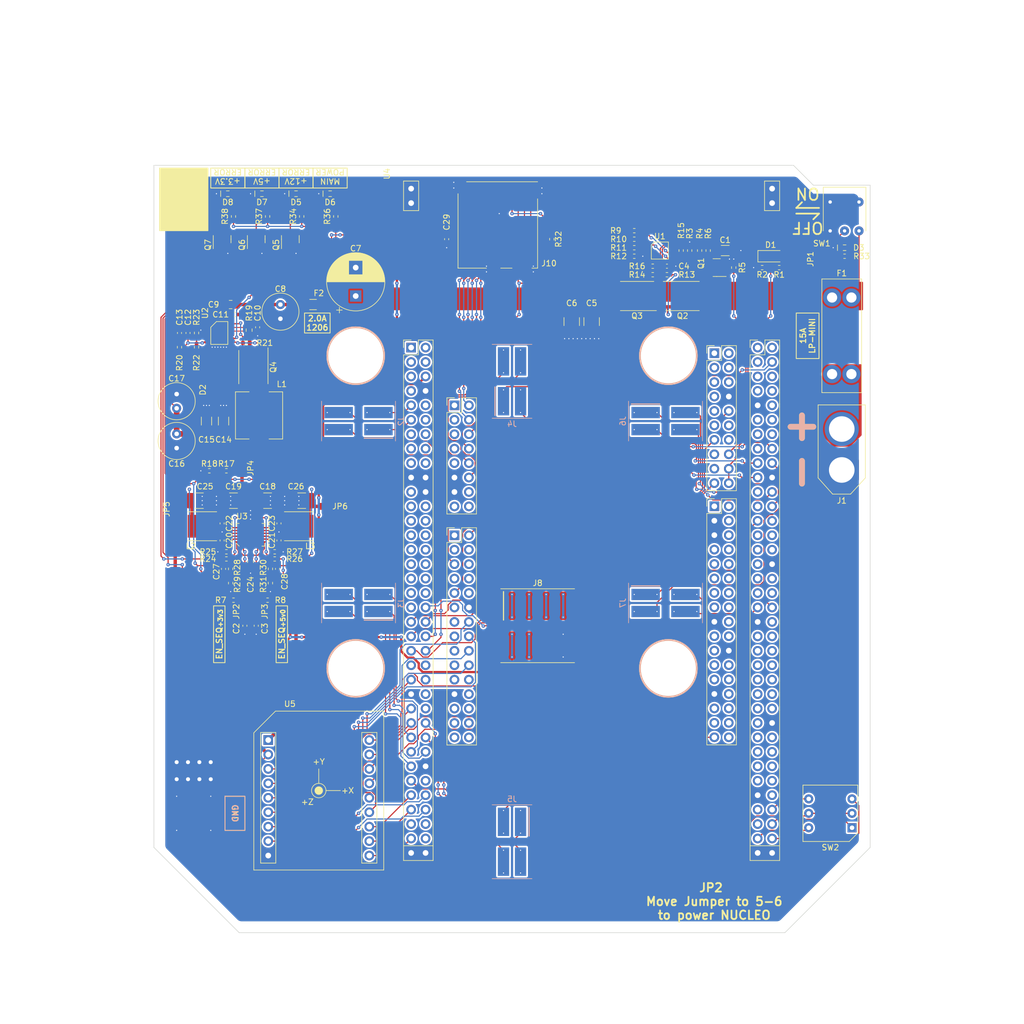
<source format=kicad_pcb>
(kicad_pcb (version 20211014) (generator pcbnew)
  (title_block (title "Bodge Control") (date "2022-11-23") (rev "1.0.0") (company "The A-Team (RC SSL)") (comment 1 "W. Stuckey & R. Osawa"))
  (layers (0 "F.Cu" signal) (31 "B.Cu" signal) (34 "B.Paste" user) (35 "F.Paste" user) (36 "B.SilkS" user "B.Silkscreen") (37 "F.SilkS" user "F.Silkscreen") (38 "B.Mask" user) (39 "F.Mask" user) (44 "Edge.Cuts" user))
  (net 0 "")
  (net 1 "/Regulator 3v3 & 5v0/EN_{3v3}")
  (net 2 "GND")
  (net 3 "/Regulator 3v3 & 5v0/EN_{5v0}")
  (net 4 "Net-(C4-Pad1)")
  (net 5 "+V_{BATT(PROTECTED)}")
  (net 6 "/Regulator 12v0/V_{SENSE+}")
  (net 7 "Net-(C11-Pad2)")
  (net 8 "Net-(C12-Pad1)")
  (net 9 "Net-(C13-Pad1)")
  (net 10 "+12V")
  (net 11 "Net-(C20-Pad1)")
  (net 12 "Net-(C21-Pad1)")
  (net 13 "Net-(C22-Pad1)")
  (net 14 "Net-(C23-Pad1)")
  (net 15 "Net-(C24-Pad1)")
  (net 16 "+V_{BATT(RAW)}")
  (net 17 "/ShutdownComplete")
  (net 18 "Net-(Q1-Pad3)")
  (net 19 "Net-(Q2-Pad1)")
  (net 20 "Net-(Q2-Pad4)")
  (net 21 "+V_{BATT(FUSED)}")
  (net 22 "Net-(Q3-Pad4)")
  (net 23 "/Regulator 12v0/V_{SENSE-}")
  (net 24 "Net-(Q4-Pad4)")
  (net 25 "Net-(D2-Pad3)")
  (net 26 "/PowerSwitchState")
  (net 27 "/V_{Switch}")
  (net 28 "Net-(D7-Pad2)")
  (net 29 "Net-(C1-Pad1)")
  (net 31 "/PGOOD_{12v0}")
  (net 32 "/PGOOD_{3v3}")
  (net 33 "Net-(D3-Pad2)")
  (net 34 "+5V")
  (net 35 "Net-(D5-Pad2)")
  (net 36 "Net-(D6-Pad2)")
  (net 37 "/Load Switch/EN")
  (net 38 "Net-(R10-Pad1)")
  (net 39 "Net-(R10-Pad2)")
  (net 40 "Net-(R11-Pad2)")
  (net 41 "/PGOOD_{VBATT}")
  (net 42 "Net-(R13-Pad2)")
  (net 43 "/PGOOD_{5v0}")
  (net 44 "Net-(R22-Pad2)")
  (net 45 "/MCU/IMU.MOSI")
  (net 46 "/MCU/ACC.MOSI")
  (net 47 "/MCU/IMU.SCK")
  (net 48 "/MCU/ACC.SCK")
  (net 49 "/MCU/IMU.INT1")
  (net 50 "/MCU/IMU.INT2")
  (net 51 "/MCU/IMU.INT3")
  (net 52 "/MCU/IMU.INT4")
  (net 53 "/MCU/ACC.~{SS}")
  (net 54 "/MCU/IMU.~{SS}2")
  (net 55 "/MCU/IMU.~{SS}1")
  (net 56 "+3.3V")
  (net 57 "/MCU/ACC.INT2")
  (net 58 "/MCU/ACC.INT1")
  (net 59 "/MCU/ACC.MISO")
  (net 60 "/MCU/IMU.MISO")
  (net 74 "/MCU/SDMMC.D0")
  (net 76 "/MCU/SDMMC.D1")
  (net 78 "/MCU/SDMMC.D2")
  (net 80 "/MCU/SDMMC.D3")
  (net 82 "/MCU/SDMMC.CK")
  (net 83 "/MCU/SDMMC.CMD")
  (net 139 "/MCU/MOTOR_{FL}.RX")
  (net 140 "/MCU/MOTOR_{FL}.TX")
  (net 142 "Net-(C25-Pad1)")
  (net 144 "Net-(C26-Pad1)")
  (net 146 "Net-(C2-Pad1)")
  (net 147 "Net-(C3-Pad1)")
  (net 156 "/MCU/RADIO.RST")
  (net 157 "/MCU/RADIO.RTS")
  (net 158 "/MCU/RADIO.CTS")
  (net 159 "/MCU/RADIO.TX")
  (net 160 "/MCU/MOTOR_{FL}.BOOT0")
  (net 161 "/MCU/RADIO.RX")
  (net 162 "/MCU/MOTOR_{FL}.RST")
  (net 171 "/MCU/MOTOR_{BL}.TX")
  (net 172 "/MCU/MOTOR_{BL}.RX")
  (net 173 "/MCU/MOTOR_{BL}.RST")
  (net 174 "/MCU/MOTOR_{BL}.BOOT0")
  (net 183 "/MCU/MOTOR_{FR}.RX")
  (net 184 "/MCU/MOTOR_{FR}.TX")
  (net 185 "/MCU/MOTOR_{BR}.RX")
  (net 186 "/MCU/MOTOR_{FR}.RST")
  (net 187 "/MCU/MOTOR_{FR}.BOOT0")
  (net 188 "/MCU/MOTOR_{BR}.TX")
  (net 191 "/MCU/MOTOR_{BR}.RST")
  (net 192 "/MCU/MOTOR_{BR}.BOOT0")
  (net 206 "/RobotID0")
  (net 207 "/RobotID2")
  (net 208 "/RobotID1")
  (net 209 "/RobotID3")
  (net 213 "Net-(C14-Pad1)")
  (net 219 "/Regulator 3v3 & 5v0/FB_{5v0}")
  (net 220 "/Regulator 3v3 & 5v0/FB_{3v3}")
  (net 221 "/Regulator 3v3 & 5v0/SW_{5v0}")
  (net 222 "/Regulator 3v3 & 5v0/SW_{3v3}")
  (net 227 "/MCU/~{SDCardDetect}")
  (net 228 "/MCU/MOTOR_{DRB}.TX")
  (net 229 "/MCU/MOTOR_{DRB}.RX")
  (net 230 "/MCU/MOTOR_{DRB}.BOOT0")
  (net 231 "/MCU/MOTOR_{DRB}.RST")
  (net 232 "/MCU/MOTOR_{AUX}.TX")
  (net 233 "/MCU/MOTOR_{AUX}.RX")
  (net 234 "/MCU/MOTOR_{AUX}.BOOT0")
  (net 235 "/MCU/MOTOR_{AUX}.RST")
  (net 236 "Net-(D8-Pad2)")
  (footprint "Resistor_SMD:R_0402_1005Metric_Pad0.72x0.64mm_HandSolder" (layer "F.Cu") (at 125.5 56)
    (fp_text reference "R10")
    (fp_text value "4.3M")
  )
  (footprint "AT-Inductors:DEM8045C" (layer "F.Cu") (at 59.5 87 -90)
    (fp_text reference "L1")
    (fp_text value "22uH")
  )
  (footprint "AT-IC:MSE" (layer "F.Cu") (at 52.5 72.5 -90)
    (fp_text reference "U2")
    (fp_text value "LTC3864")
  )
  (footprint "Capacitor_SMD:C_1210_3225Metric_Pad1.33x2.70mm_HandSolder" (layer "F.Cu") (at 55 102 180)
    (fp_text reference "C19")
    (fp_text value "47uF 25V")
  )
  (footprint "Resistor_SMD:R_0402_1005Metric_Pad0.72x0.64mm_HandSolder" (layer "F.Cu") (at 55 52 90)
    (fp_text reference "R38")
    (fp_text value "10k")
  )
  (footprint "Resistor_SMD:R_0402_1005Metric_Pad0.72x0.64mm_HandSolder" (layer "F.Cu") (at 54.5 114 -90)
    (fp_text reference "R28")
    (fp_text value "45.3k")
  )
  (footprint "Capacitor_SMD:C_1210_3225Metric_Pad1.33x2.70mm_HandSolder" (layer "F.Cu") (at 114.5 70.5 -90)
    (fp_text reference "C6")
    (fp_text value "10uF")
  )
  (footprint "Resistor_SMD:R_0402_1005Metric_Pad0.72x0.64mm_HandSolder" (layer "F.Cu") (at 128.75 62.25 180)
    (fp_text reference "R14")
    (fp_text value "10")
  )
  (footprint "Resistor_SMD:R_0402_1005Metric_Pad0.72x0.64mm_HandSolder" (layer "F.Cu") (at 53.75 96.75)
    (fp_text reference "R17")
    (fp_text value "54.9k")
  )
  (footprint "Fuse:Fuse_1206_3216Metric" (layer "F.Cu") (at 69 67.5 180)
    (fp_text reference "F2")
    (fp_text value "2.0A")
  )
  (footprint "Resistor_SMD:R_0402_1005Metric_Pad0.72x0.64mm_HandSolder" (layer "F.Cu") (at 61.5 116.5 -90)
    (fp_text reference "R31")
    (fp_text value "10k")
  )
  (footprint "Resistor_SMD:R_0402_1005Metric_Pad0.72x0.64mm_HandSolder" (layer "F.Cu") (at 133.75 58 -90)
    (fp_text reference "R15")
    (fp_text value "100k")
  )
  (footprint "Resistor_SMD:R_0402_1005Metric_Pad0.72x0.64mm_HandSolder" (layer "F.Cu") (at 54.5 116.5 -90)
    (fp_text reference "R29")
    (fp_text value "10k")
  )
  (footprint "AT-Modules:NUCLEO-H743ZI_MORPHO_ZIO_TH" (layer "F.Cu") (at 118 110)
    (fp_text reference "U4")
    (fp_text value "NUCLEO-H743ZI_MORPHO_ZIO")
  )
  (footprint "MountingHole:MountingHole_4mm" (layer "F.Cu") (at 131.5 76.5)
    (fp_text reference "MH1" hide)
    (fp_text value "MountingHole_4mm")
  )
  (footprint "Capacitor_SMD:C_0402_1005Metric_Pad0.74x0.62mm_HandSolder" (layer "F.Cu") (at 47 72.5 90)
    (fp_text reference "C12")
    (fp_text value "100pF")
  )
  (footprint "AT-IC:MS8" (layer "F.Cu") (at 130 58 -90)
    (fp_text reference "U1")
    (fp_text value "LTC4367")
  )
  (footprint "AT-BoardFeatures:SolderJumper-2_2.0x1.2mm_Closed" (layer "F.Cu") (at 56.5 96.25 -90)
    (fp_text reference "JP4")
    (fp_text value "SB_{+12v0}")
  )
  (footprint "Capacitor_SMD:C_0402_1005Metric_Pad0.74x0.62mm_HandSolder" (layer "F.Cu") (at 92.5 56 -90)
    (fp_text reference "C29")
    (fp_text value "0.1uF")
  )
  (footprint "Resistor_SMD:R_0402_1005Metric_Pad0.72x0.64mm_HandSolder" (layer "F.Cu") (at 48.5 72.5 90)
    (fp_text reference "R23")
    (fp_text value "60.4k")
  )
  (footprint "Resistor_SMD:R_0402_1005Metric_Pad0.72x0.64mm_HandSolder" (layer "F.Cu") (at 125.5 59 180)
    (fp_text reference "R12")
    (fp_text value "154k")
  )
  (footprint "Capacitor_SMD:C_0805_2012Metric_Pad1.18x1.45mm_HandSolder" (layer "F.Cu") (at 54.5 67.5 180)
    (fp_text reference "C9")
    (fp_text value "4.7uF")
  )
  (footprint "Resistor_SMD:R_0402_1005Metric_Pad0.72x0.64mm_HandSolder" (layer "F.Cu") (at 67 52 90)
    (fp_text reference "R34")
    (fp_text value "10k")
  )
  (footprint "AT-BoardFeatures:SolderJumper-2_2.0x1.2mm_Open" (layer "F.Cu") (at 158 59.5 90)
    (fp_text reference "JP1")
    (fp_text value "BYPASS_SHUTDOWN_DELAY")
  )
  (footprint "Resistor_SMD:R_0402_1005Metric_Pad0.72x0.64mm_HandSolder" (layer "F.Cu") (at 45.5 75 -90)
    (fp_text reference "R20")
    (fp_text value "11.3k")
  )
  (footprint "Capacitor_SMD:C_1206_3216Metric_Pad1.33x1.80mm_HandSolder" (layer "F.Cu") (at 53.25 88 90)
    (fp_text reference "C14")
    (fp_text value "10uF")
  )
  (footprint "AT-Connectors:MEM2051-00-195-00-A" (layer "F.Cu") (at 101.5 53.5 180)
    (fp_text reference "J10")
    (fp_text value "MEM2051-00-195-00-A")
  )
  (footprint "Capacitor_SMD:C_0603_1608Metric_Pad1.08x0.95mm_HandSolder" (layer "F.Cu") (at 58 112.75 -90)
    (fp_text reference "C24")
    (fp_text value "4.7uF 25V")
  )
  (footprint "AT-Inductors:NRx-5040" (layer "F.Cu") (at 66.5 106.5)
    (fp_text reference "L3")
    (fp_text value "4.7uH")
  )
  (footprint "AT-BoardFeatures:SolderJumper-2_2.0x1.2mm_Closed" (layer "F.Cu") (at 71 103)
    (fp_text reference "JP6")
    (fp_text value "SB_{+5v0}")
  )
  (footprint "Resistor_SMD:R_0402_1005Metric_Pad0.72x0.64mm_HandSolder" (layer "F.Cu") (at 62.25 112.25 180)
    (fp_text reference "R26")
    (fp_text value "54.9k")
  )
  (footprint "AT-BoardFeatures:SolderJumper-2_2.0x1.2mm_Open" (layer "F.Cu") (at 57 121.5 90)
    (fp_text reference "JP2")
    (fp_text value "EN_SEQ_{+3v3}")
  )
  (footprint "AT-LED:LED0603" (layer "F.Cu") (at 162.5 57.5)
    (fp_text reference "D3")
    (fp_text value "Green")
  )
  (footprint "Resistor_SMD:R_0402_1005Metric_Pad0.72x0.64mm_HandSolder" (layer "F.Cu") (at 151 61)
    (fp_text reference "R1")
    (fp_text value "130k")
  )
  (footprint "Capacitor_SMD:C_0402_1005Metric_Pad0.74x0.62mm_HandSolder" (layer "F.Cu") (at 53 109 90)
    (fp_text reference "C20")
    (fp_text value "0.1uF")
  )
  (footprint "AT-Discrete:TO-277" (layer "F.Cu") (at 52.5 79.25 90)
    (fp_text reference "D2")
    (fp_text value "SVT10100U_R1_00001")
  )
  (footprint "Resistor_SMD:R_0603_1608Metric" (layer "F.Cu") (at 57.75 72 -90)
    (fp_text reference "R19")
    (fp_text value "30m 1/3W")
  )
  (footprint "AT-BoardFeatures:SolderJumper-2_2.0x1.2mm_Closed" (layer "F.Cu") (at 44.75 103.5 -90)
    (fp_text reference "JP5")
    (fp_text value "SB_{+3v3}")
  )
  (footprint "AT-LED:LED0603" (layer "F.Cu") (at 60 48)
    (fp_text reference "D7")
    (fp_text value "Red")
  )
  (footprint "Resistor_SMD:R_0402_1005Metric_Pad0.72x0.64mm_HandSolder" (layer "F.Cu") (at 111 56 -90)
    (fp_text reference "R32")
    (fp_text value "100k")
  )
  (footprint "AT-Fuses:3557-2" (layer "F.Cu") (at 162 73 90)
    (fp_text reference "F1")
    (fp_text value "20A")
  )
  (footprint "AT-Connectors:2x04_P3mm_TopBottom_3x5mm_P7mm_Plug_SMD" (layer "F.Cu") (at 108.5 124)
    (fp_text reference "J8")
    (fp_text value "RADIO")
  )
  (footprint "Package_TO_SOT_SMD:SOT-23" (layer "F.Cu") (at 59 56 90)
    (fp_text reference "Q6")
    (fp_text value "BSS138K")
  )
  (footprint "Capacitor_SMD:C_1210_3225Metric_Pad1.33x2.70mm_HandSolder" (layer "F.Cu") (at 118 70.5 -90)
    (fp_text reference "C5")
    (fp_text value "10uF")
  )
  (footprint "Capacitor_SMD:C_1210_3225Metric_Pad1.33x2.70mm_HandSolder" (layer "F.Cu") (at 61 102)
    (fp_text reference "C18")
    (fp_text value "47uF 25V")
  )
  (footprint "Resistor_SMD:R_0402_1005Metric_Pad0.72x0.64mm_HandSolder" (layer "F.Cu") (at 62.25 111 180)
    (fp_text reference "R27")
    (fp_text value "40.2k")
  )
  (footprint "Capacitor_SMD:C_1210_3225Metric_Pad1.33x2.70mm_HandSolder" (layer "F.Cu") (at 67 102 180)
    (fp_text reference "C26")
    (fp_text value "47uF 25V")
  )
  (footprint "Capacitor_SMD:C_0402_1005Metric_Pad0.74x0.62mm_HandSolder" (layer "F.Cu") (at 63 109 90)
    (fp_text reference "C21")
    (fp_text value "0.1uF")
  )
  (footprint "Capacitor_THT:CP_Radial_D10.0mm_P5.00mm" (layer "F.Cu") (at 76.5 66 90)
    (fp_text reference "C7")
    (fp_text value "100uF")
  )
  (footprint "Resistor_SMD:R_0402_1005Metric_Pad0.72x0.64mm_HandSolder" (layer "F.Cu") (at 125.5 54.5 180)
    (fp_text reference "R9")
    (fp_text value "5.1M")
  )
  (footprint "Resistor_SMD:R_0402_1005Metric_Pad0.72x0.64mm_HandSolder" (layer "F.Cu") (at 53.75 111)
    (fp_text reference "R25")
    (fp_text value "40.2k")
  )
  (footprint "Resistor_SMD:R_0402_1005Metric_Pad0.72x0.64mm_HandSolder" (layer "F.Cu") (at 162.5 59)
    (fp_text reference "R33")
    (fp_text value "22k")
  )
  (footprint "Package_TO_SOT_SMD:SOT-23" (layer "F.Cu") (at 53 56 90)
    (fp_text reference "Q7")
    (fp_text value "BSS138K")
  )
  (footprint "Capacitor_SMD:C_1206_3216Metric_Pad1.33x1.80mm_HandSolder" (layer "F.Cu") (at 50.25 88 90)
    (fp_text reference "C15")
    (fp_text value "10uF")
  )
  (footprint "Resistor_SMD:R_0402_1005Metric_Pad0.72x0.64mm_HandSolder" (layer "F.Cu") (at 128.75 60.75)
    (fp_text reference "R16")
    (fp_text value "5.1k")
  )
  (footprint "Capacitor_SMD:C_0402_1005Metric_Pad0.74x0.62mm_HandSolder" (layer "F.Cu") (at 63 106 -90)
    (fp_text reference "C23")
    (fp_text value "0.1uF")
  )
  (footprint "AT-Switches:221ADC16" (layer "F.Cu") (at 160 157 180)
    (fp_text reference "SW2")
    (fp_text value "221ADC16")
  )
  (footprint "Resistor_SMD:R_0402_1005Metric_Pad0.72x0.64mm_HandSolder" (layer "F.Cu") (at 61.5 114 -90)
    (fp_text reference "R30")
    (fp_text value "73.2k")
  )
  (footprint "Resistor_SMD:R_0402_1005Metric_Pad0.72x0.64mm_HandSolder" (layer "F.Cu") (at 50.75 96.75)
    (fp_text reference "R18")
    (fp_text value "40.2k")
  )
  (footprint "Capacitor_SMD:C_0402_1005Metric_Pad0.74x0.62mm_HandSolder" (layer "F.Cu") (at 57 124 -90)
    (fp_text reference "C2")
    (fp_text value "0.1uF 25V")
  )
  (footprint "Resistor_SMD:R_0402_1005Metric_Pad0.72x0.64mm_HandSolder" (layer "F.Cu") (at 73 52 90)
    (fp_text reference "R36")
    (fp_text value "22k")
  )
  (footprint "Capacitor_SMD:C_0402_1005Metric_Pad0.74x0.62mm_HandSolder" (layer "F.Cu") (at 59.25 71.5 -90)
    (fp_text reference "C10")
    (fp_text value "0.1uF")
  )
  (footprint "Resistor_SMD:R_0402_1005Metric_Pad0.72x0.64mm_HandSolder" (layer "F.Cu") (at 125.5 57.5)
    (fp_text reference "R11")
    (fp_text value "147k")
  )
  (footprint "Capacitor_SMD:C_0402_1005Metric_Pad0.74x0.62mm_HandSolder" (layer "F.Cu") (at 131.25 60.75)
    (fp_text reference "C4")
    (fp_text value "4.7nF")
  )
  (footprint "AT-Modules:MODULE_18P_22.86X27.94MM_TH" (layer "F.Cu") (at 70 153)
    (fp_text reference "U5")
    (fp_text value "IMU-Breakout_1xAcc(1xSS+1xSPI+2xINT),1xIMU(2xSS+1xSPI+4xINT)")
  )
  (footprint "Capacitor_THT:C_Radial_D6.3mm_H11.0mm_P2.50mm" (layer "F.Cu") (at 45 90.25 -90)
    (fp_text reference "C16")
    (fp_text value "33uF 63V")
  )
  (footprint "Resistor_SMD:R_0402_1005Metric_Pad0.72x0.64mm_HandSolder" (layer "F.Cu") (at 53.75 112.25)
    (fp_text reference "R24")
    (fp_text value "54.9k")
  )
  (footprint "AT-LED:LED0603" (layer "F.Cu") (at 72 48)
    (fp_text reference "D6")
    (fp_text value "Green")
  )
  (footprint "Resistor_SMD:R_0402_1005Metric_Pad0.72x0.64mm_HandSolder" (layer "F.Cu") (at 57.25 74.25 180)
    (fp_text reference "R21")
    (fp_text value "100k")
  )
  (footprint "MountingHole:MountingHole_4mm" (layer "F.Cu") (at 76.5 76.5)
    (fp_text reference "MH1" hide)
    (fp_text value "MountingHole_4mm")
  )
  (footprint "Resistor_SMD:R_0402_1005Metric_Pad0.72x0.64mm_HandSolder" (layer "F.Cu") (at 55 119.5 180)
    (fp_text reference "R7")
    (fp_text value "82k")
  )
  (footprint "Capacitor_SMD:C_0402_1005Metric_Pad0.74x0.62mm_HandSolder" (layer "F.Cu") (at 53.25 114 -90)
    (fp_text reference "C27")
    (fp_text value "22pF 10V")
  )
  (footprint "Resistor_SMD:R_0402_1005Metric_Pad0.72x0.64mm_HandSolder" (layer "F.Cu") (at 61 52 90)
    (fp_text reference "R37")
    (fp_text value "10k")
  )
  (footprint "AT-Discrete:PowerPAK_SO-8L_Single" (layer "F.Cu") (at 126 66 180)
    (fp_text reference "Q3")
    (fp_text value "SQJA80EP-T1_GE3")
  )
  (footprint "Capacitor_SMD:C_0402_1005Metric_Pad0.74x0.62mm_HandSolder" (layer "F.Cu") (at 55.25 69.25 180)
    (fp_text reference "C11")
    (fp_text value "0.47uF")
  )
  (footprint "Package_TO_SOT_SMD:SOT-23" (layer "F.Cu") (at 140 61 180)
    (fp_text reference "Q1")
    (fp_text value "BSS138K")
  )
  (footprint "Capacitor_THT:C_Radial_D6.3mm_H11.0mm_P2.50mm" (layer "F.Cu") (at 63.25 67.5 -90)
    (fp_text reference "C8")
    (fp_text value "33uF 63V")
  )
  (footprint "Capacitor_SMD:C_0402_1005Metric_Pad0.74x0.62mm_HandSolder" (layer "F.Cu") (at 59 124 -90)
    (fp_text reference "C3")
    (fp_text value "0.1uF 25V")
  )
  (footprint "MountingHole:MountingHole_4mm" (layer "F.Cu") (at 131.5 131.5)
    (fp_text reference "MH1" hide)
    (fp_text value "MountingHole_4mm")
  )
  (footprint "Resistor_SMD:R_0402_1005Metric_Pad0.72x0.64mm_HandSolder" (layer "F.Cu") (at 131.25 62.25 180)
    (fp_text reference "R13")
    (fp_text value "10")
  )
  (footprint "AT-IC:UFD_AA_NoExtraPad" (layer "F.Cu") (at 58 108 180)
    (fp_text reference "U3")
    (fp_text value "LTC3636")
  )
  (footprint "AT-LED:LED0603" (layer "F.Cu") (at 54 48)
    (fp_text reference "D8")
    (fp_text value "Red")
  )
  (footprint "Capacitor_SMD:C_1206_3216Metric" (layer "F.Cu") (at 141.5 58)
    (fp_text reference "C1")
    (fp_text value "0.82uF 50v")
  )
  (footprint "Capacitor_SMD:C_0402_1005Metric_Pad0.74x0.62mm_HandSolder" (layer "F.Cu") (at 53 106 -90)
    (fp_text reference "C22")
    (fp_text value "0.1uF")
  )
  (footprint "Resistor_SMD:R_0402_1005Metric_Pad0.72x0.64mm_HandSolder" (layer "F.Cu") (at 137 58 90)
    (fp_text reference "R4")
    (fp_text value "68k")
  )
  (footprint "Resistor_SMD:R_0402_1005Metric_Pad0.72x0.64mm_HandSolder" (layer "F.Cu") (at 138.5 58 -90)
    (fp_text reference "R6")
    (fp_text value "10k")
  )
  (footprint "Resistor_SMD:R_0402_1005Metric_Pad0.72x0.64mm_HandSolder" (layer "F.Cu") (at 61 119.5)
    (fp_text reference "R8")
    (fp_text value "82k")
  )
  (footprint "AT-Inductors:NRx-5040" (layer "F.Cu") (at 49.5 106.5 180)
    (fp_text reference "L2")
    (fp_text value "4.7uH")
  )
  (footprint "Diode_SMD:D_SOD-123" (layer "F.Cu") (at 149.5 59)
    (fp_text reference "D1")
    (fp_text value "BAT46W")
  )
  (footprint "AT-Discrete:PowerPAK_SO-8L_Single" (layer "F.Cu") (at 134 66)
    (fp_text reference "Q2")
    (fp_text value "SQJA80EP-T1_GE3")
  )
  (footprint "Capacitor_SMD:C_0402_1005Metric_Pad0.74x0.62mm_HandSolder" (layer "F.Cu") (at 45.5 72.5 90)
    (fp_text reference "C13")
    (fp_text value "3300pF")
  )
  (footprint "Capacitor_SMD:C_0402_1005Metric_Pad0.74x0.62mm_HandSolder" (layer "F.Cu") (at 62.75 114 -90)
    (fp_text reference "C28")
    (fp_text value "22pF 10V")
  )
  (footprint "AT-Switches:CF-LD-1DC4-AR2W" (layer "F.Cu") (at 162.5 52)
    (fp_text reference "SW1")
    (fp_text value "CF-LD-1DC4-AR2W")
  )
  (footprint "Resistor_SMD:R_0402_1005Metric_Pad0.72x0.64mm_HandSolder" (layer "F.Cu") (at 48.5 75 90)
    (fp_text reference "R22")
    (fp_text value "845k")
  )
  (footprint "Resistor_SMD:R_0402_1005Metric_Pad0.72x0.64mm_HandSolder" (layer "F.Cu") (at 148 61)
    (fp_text reference "R2")
    (fp_text value "16k")
  )
  (footprint "Resistor_SMD:R_0402_1005Metric_Pad0.72x0.64mm_HandSolder" (layer "F.Cu") (at 135.25 58 90)
    (fp_text reference "R3")
    (fp_text value "910k")
  )
  (footprint "Capacitor_THT:C_Radial_D6.3mm_H11.0mm_P2.50mm" (layer "F.Cu") (at 45 85.75 90)
    (fp_text reference "C17")
    (fp_text value "33uF 63V")
  )
  (footprint "Package_TO_SOT_SMD:SOT-23" (layer "F.Cu") (at 65 56 90)
    (fp_text reference "Q5")
    (fp_text value "BSS138K")
  )
  (footprint "AT-BoardFeatures:SolderJumper-2_2.0x1.2mm_Open" (layer "F.Cu") (at 59 121.5 90)
    (fp_text reference "JP3")
    (fp_text value "EN_SEQ_{+5v0}")
  )
  (footprint "MountingHole:MountingHole_4mm" (layer "F.Cu") (at 76.5 131.5)
    (fp_text reference "MH1" hide)
    (fp_text value "MountingHole_4mm")
  )
  (footprint "Connector_AMASS:AMASS_XT60-M_1x02_P7.20mm_Vertical" (layer "F.Cu") (at 162 96.6 90)
    (fp_text reference "J1")
    (fp_text value "Conn_01x02")
  )
  (footprint "Resistor_SMD:R_0402_1005Metric_Pad0.72x0.64mm_HandSolder" (layer "F.Cu") (at 143 61 90)
    (fp_text reference "R5")
    (fp_text value "100k")
  )
  (footprint "Capacitor_SMD:C_1210_3225Metric_Pad1.33x2.70mm_HandSolder" (layer "F.Cu") (at 49 102)
    (fp_text reference "C25")
    (fp_text value "47uF 25V")
  )
  (footprint "AT-LED:LED0603" (layer "F.Cu") (at 66 48)
    (fp_text reference "D5")
    (fp_text value "Red")
  )
  (footprint "AT-Discrete:PowerPAK_SO-8L_Single" (layer "F.Cu") (at 58.5 78.5 -90)
    (fp_text reference "Q4")
    (fp_text value "SI7465DP-T1-GE3")
  )
  (footprint "AT-Connectors:2x02_P3mm_TopBottom_3x5mm_P7mm_Plug_SMD" (layer "B.Cu") (at 104 162 180)
    (fp_text reference "J5")
    (fp_text value "MOTOR_{AUX}")
  )
  (footprint "AT-Connectors:2x02_P3mm_TopBottom_3x5mm_P7mm_Plug_SMD" (layer "B.Cu") (at 131 120 -90)
    (fp_text reference "J7")
    (fp_text value "MOTOR_{BR}")
  )
  (footprint "AT-Connectors:2x02_P3mm_TopBottom_3x5mm_P7mm_Plug_SMD" (layer "B.Cu") (at 77 120 90)
    (fp_text reference "J3")
    (fp_text value "MOTOR_{RST}")
  )
  (footprint "AT-Connectors:2x02_P3mm_TopBottom_3x5mm_P7mm_Plug_SMD" (layer "B.Cu") (at 131 88 -90)
    (fp_text reference "J6")
    (fp_text value "MOTOR_{FR}")
  )
  (footprint "AT-Connectors:2x02_P3mm_TopBottom_3x5mm_P7mm_Plug_SMD" (layer "B.Cu") (at 77 88 90)
    (fp_text reference "J2")
    (fp_text value "MOTOR_{FL}")
  )
  (footprint "AT-Connectors:2x02_P3mm_TopBottom_3x5mm_P7mm_Plug_SMD" (layer "B.Cu") (at 104 81)
    (fp_text reference "J4")
    (fp_text value "MOTOR_{DRB}")
  )
  (gr_line (start 155 91) (end 155 87) (layer "B.SilkS") (width 1))
  (gr_circle (center 131.5 131.5) (end 136.5 131.5) (layer "B.SilkS") (width 0.3) (fill none))
  (gr_circle (center 131.5 76.5) (end 136.5 76.5) (layer "B.SilkS") (width 0.3) (fill none))
  (gr_circle (center 76.5 131.5) (end 81.5 131.5) (layer "B.SilkS") (width 0.3) (fill none))
  (gr_line (start 153 89) (end 157 89) (layer "B.SilkS") (width 1))
  (gr_line (start 155 99) (end 155 95) (layer "B.SilkS") (width 1))
  (gr_circle (center 76.5 76.5) (end 81.5 76.5) (layer "B.SilkS") (width 0.3) (fill none))
  (gr_rect (start 53.5 154) (end 57 160) (layer "B.SilkS") (width 0.153) (fill none))
  (gr_rect (start 69 43.5) (end 75 47) (layer "F.SilkS") (width 0.153) (fill none))
  (gr_line (start 158 51.5) (end 154 51.5) (layer "F.SilkS") (width 0.3))
  (gr_line (start 155 49.5) (end 154 50.5) (layer "F.SilkS") (width 0.3))
  (gr_line (start 155 87) (end 155 91) (layer "F.SilkS") (width 1))
  (gr_line (start 155 95) (end 155 99) (layer "F.SilkS") (width 1))
  (gr_rect (start 67.5 69) (end 72 72.5) (layer "F.SilkS") (width 0.153) (fill none))
  (gr_rect (start 57 154) (end 53.5 160) (layer "F.SilkS") (width 0.153) (fill none))
  (gr_rect (start 57 43.5) (end 63 47) (layer "F.SilkS") (width 0.153) (fill none))
  (gr_rect (start 42 43.5) (end 50.5 54.5) (layer "F.SilkS") (width 0.153) (fill solid))
  (gr_rect (start 63 43.5) (end 69 47) (layer "F.SilkS") (width 0.153) (fill none))
  (gr_line (start 158 50.5) (end 154 50.5) (layer "F.SilkS") (width 0.3))
  (gr_circle locked (center 76.5 76.5) (end 81.5 76.5) (layer "F.SilkS") (width 0.3) (fill none))
  (gr_line (start 153 89) (end 157 89) (layer "F.SilkS") (width 1))
  (gr_rect (start 51.5 120.5) (end 53.5 130.5) (layer "F.SilkS") (width 0.153) (fill none))
  (gr_circle locked (center 131.5 76.5) (end 136.5 76.5) (layer "F.SilkS") (width 0.3) (fill none))
  (gr_circle locked (center 76.5 131.5) (end 81.5 131.5) (layer "F.SilkS") (width 0.3) (fill none))
  (gr_rect (start 62.5 120.5) (end 64.5 130.5) (layer "F.SilkS") (width 0.153) (fill none))
  (gr_circle (center 131.5 131.5) (end 136.5 131.5) (layer "F.SilkS") (width 0.3) (fill none))
  (gr_rect (start 154 77) (end 158 69) (layer "F.SilkS") (width 0.153) (fill none))
  (gr_line (start 158 51.5) (end 157 52.5) (layer "F.SilkS") (width 0.3))
  (gr_rect (start 51 43.5) (end 57 47) (layer "F.SilkS") (width 0.153) (fill none))
  (gr_line locked (start 167 46.5) (end 167 163) (layer "Edge.Cuts") (width 0.1))
  (gr_line locked (start 41 163) (end 41 43) (layer "Edge.Cuts") (width 0.1))
  (gr_line locked (start 56 178) (end 41 163) (layer "Edge.Cuts") (width 0.1))
  (gr_line locked (start 157 46.5) (end 167 46.5) (layer "Edge.Cuts") (width 0.1))
  (gr_line locked (start 152 178) (end 56 178) (layer "Edge.Cuts") (width 0.1))
  (gr_line locked (start 41 43) (end 153.5 43) (layer "Edge.Cuts") (width 0.1))
  (gr_line locked (start 167 163) (end 152 178) (layer "Edge.Cuts") (width 0.1))
  (gr_line locked (start 153.5 43) (end 157 46.5) (layer "Edge.Cuts") (width 0.1))
  (gr_text "GND" (at 55.25 157 270) (layer "B.SilkS") (effects (font (size 1 1) (thickness 0.2)) (justify mirror)))
  (gr_text "ON" (at 156 48 180) (layer "F.SilkS") (effects (font (size 2 2) (thickness 0.3))))
  (gr_text "EN_SEQ_{+5v0}" (at 63.5 125.5 90) (layer "F.SilkS") (effects (font (size 1 1) (thickness 0.2))))
  (gr_text "+12V\nERROR" (at 66 45 180) (layer "F.SilkS") (effects (font (size 1 1) (thickness 0.153))))
  (gr_text "MAIN\nPOWER" (at 72 45 180) (layer "F.SilkS") (effects (font (size 1 1) (thickness 0.153))))
  (gr_text "+5V\nERROR" (at 60 45 180) (layer "F.SilkS") (effects (font (size 1 1) (thickness 0.153))))
  (gr_text "15A\nLP-MINI" (at 156 73 90) (layer "F.SilkS") (effects (font (size 1 1) (thickness 0.2))))
  (gr_text "+3.3V\nERROR" (at 54 45 180) (layer "F.SilkS") (effects (font (size 1 1) (thickness 0.153))))
  (gr_text "GND" (at 55.25 157 270) (layer "F.SilkS") (effects (font (size 1 1) (thickness 0.2))))
  (gr_text "2.0A\n1206" (at 69.75 70.75) (layer "F.SilkS") (effects (font (size 1 1) (thickness 0.2))))
  (gr_text "EN_SEQ_{+3v3}" (at 52.5 125.5 90) (layer "F.SilkS") (effects (font (size 1 1) (thickness 0.2))))
  (gr_text "OFF" (at 156 54 180) (layer "F.SilkS") (effects (font (size 2 2) (thickness 0.3))))
  (gr_text "JP2\n Move Jumper to 5-6\n to power NUCLEO" (at 139 172.5) (layer "F.SilkS") (effects (font (size 1.5 1.5) (thickness 0.3))))
  (segment (start 56.75 109.938) (end 56.75 110.75) (width 0.2) (layer "F.Cu") (net 1))
  (segment (start 57 120.65) (end 57 118.0975) (width 0.2) (layer "F.Cu") (net 1))
  (segment (start 56.75 110.75) (end 57 111) (width 0.2) (layer "F.Cu") (net 1))
  (segment (start 57 119.5) (end 57 118.0975) (width 0.2) (layer "F.Cu") (net 1))
  (segment (start 55.5975 119.5) (end 57 119.5) (width 0.2) (layer "F.Cu") (net 1))
  (segment (start 57 120.5975) (end 57 112.25) (width 0.2) (layer "F.Cu") (net 1))
  (via (at 57 111) (size 0.6) (drill 0.2) (layers "F.Cu" "B.Cu") (net 1))
  (via (at 57 112.25) (size 0.6) (drill 0.2) (layers "F.Cu" "B.Cu") (net 1))
  (segment (start 57 111) (end 57 112.25) (width 0.2) (layer "B.Cu") (net 1))
  (segment (start 50.1525 96.75) (end 49.25 96.75) (width 0.2) (layer "F.Cu") (net 2))
  (segment (start 52.5 68.4625) (end 52.5 72.5) (width 0.6) (layer "F.Cu") (net 2))
  (segment (start 58 113.6125) (end 58 114.75) (width 0.4) (layer "F.Cu") (net 2))
  (segment (start 59.95 56.9375) (end 59.95 58.45) (width 0.2) (layer "F.Cu") (net 2))
  (segment (start 57 124.5675) (end 57 125.5) (width 0.2) (layer "F.Cu") (net 2))
  (segment (start 63 108.4325) (end 63 107.5) (width 0.2) (layer "F.Cu") (net 2))
  (segment (start 52 48) (end 53.25 48) (width 0.2) (layer "F.Cu") (net 2))
  (segment (start 53.95 58.45) (end 54 58.5) (width 0.2) (layer "F.Cu") (net 2))
  (segment (start 64 48) (end 65.25 48) (width 0.2) (layer "F.Cu") (net 2))
  (segment (start 101.785 51.465) (end 101.75 51.5) (width 0.2) (layer "F.Cu") (net 2))
  (segment (start 61.5 117.0975) (end 61.5 118) (width 0.2) (layer "F.Cu") (net 2))
  (segment (start 127.8945 58.975) (end 127.025 58.975) (width 0.2) (layer "F.Cu") (net 2))
  (segment (start 65.95 56.9375) (end 65.95 58.45) (width 0.2) (layer "F.Cu") (net 2))
  (segment (start 59 124.5675) (end 59 125.5) (width 0.2) (layer "F.Cu") (net 2))
  (segment (start 50.329 72.175) (end 49.425 72.175) (width 0.4) (layer "F.Cu") (net 2))
  (segment (start 142.975 58) (end 144.25 58) (width 0.2) (layer "F.Cu") (net 2))
  (segment (start 60.438 107.75) (end 62.3175 107.75) (width 0.2) (layer "F.Cu") (net 2))
  (segment (start 48.5 71.9025) (end 47.03 71.9025) (width 0.4) (layer "F.Cu") (net 2))
  (segment (start 62.3175 107.75) (end 63 108.4325) (width 0.2) (layer "F.Cu") (net 2))
  (segment (start 54.5 117.0975) (end 54.5 118) (width 0.2) (layer "F.Cu") (net 2))
  (segment (start 143 59.5) (end 143 60.4025) (width 0.2) (layer "F.Cu") (net 2))
  (segment (start 147.4025 61) (end 146.5 61) (width 0.2) (layer "F.Cu") (net 2))
  (segment (start 53.1525 111) (end 52.25 111) (width 0.2) (layer "F.Cu") (net 2))
  (segment (start 53 108.4325) (end 53 107.5) (width 0.2) (layer "F.Cu") (net 2))
  (segment (start 48.5 71.9025) (end 49.1525 71.9025) (width 0.4) (layer "F.Cu") (net 2))
  (segment (start 45.5 71.9325) (end 47 71.9325) (width 0.4) (layer "F.Cu") (net 2))
  (segment (start 53.6825 107.75) (end 53 108.4325) (width 0.2) (layer "F.Cu") (net 2))
  (segment (start 160.5 57.5) (end 161.75 57.5) (width 0.2) (layer "F.Cu") (net 2))
  (segment (start 126.0975 59) (end 127 59) (width 0.2) (layer "F.Cu") (net 2))
  (segment (start 141.7 60.05) (end 142.25 59.5) (width 0.4) (layer "F.Cu") (net 2))
  (segment (start 49.425 72.175) (end 49.25 72) (width 0.4) (layer "F.Cu") (net 2))
  (segment (start 92.5 56.5675) (end 92.5 57.5) (width 0.2) (layer "F.Cu") (net 2))
  (segment (start 135.25 57.4025) (end 135.25 56.5) (width 0.2) (layer "F.Cu") (net 2))
  (segment (start 59.95 58.45) (end 60 58.5) (width 0.2) (layer "F.Cu") (net 2))
  (segment (start 62.8475 111) (end 63.75 111) (width 0.2) (layer "F.Cu") (net 2))
  (segment (start 140.9375 60.05) (end 141.7 60.05) (width 0.4) (layer "F.Cu") (net 2))
  (segment (start 59.25 72.0675) (end 59.25 73) (width 0.2) (layer "F.Cu") (net 2))
  (segment (start 131.8175 60.75) (end 132.81 60.75) (width 0.2) (layer "F.Cu") (net 2))
  (segment (start 127.025 58.975) (end 127 59) (width 0.2) (layer "F.Cu") (net 2))
  (segment (start 53.95 56.9375) (end 53.95 58.45) (width 0.2) (layer "F.Cu") (net 2))
  (segment (start 65.95 58.45) (end 66 58.5) (width 0.2) (layer "F.Cu") (net 2))
  (segment (start 58 48) (end 59.25 48) (width 0.2) (layer "F.Cu") (net 2))
  (segment (start 53.4625 67.5) (end 52.5 68.4625) (width 0.6) (layer "F.Cu") (net 2))
  (segment (start 49.1525 71.9025) (end 49.25 72) (width 0.4) (layer "F.Cu") (net 2))
  (segment (start 70 48) (end 71.25 48) (width 0.2) (layer "F.Cu") (net 2))
  (segment (start 47.03 71.9025) (end 47 71.9325) (width 0.4) (layer "F.Cu") (net 2))
  (segment (start 101.785 49.84) (end 101.785 51.465) (width 0.2) (layer "F.Cu") (net 2))
  (segment (start 55.562 107.75) (end 53.6825 107.75) (width 0.2) (layer "F.Cu") (net 2))
  (via (at 58 48) (size 0.6) (drill 0.2) (layers "F.Cu" "B.Cu") (net 2))
  (via (at 51 154) (size 0.6) (drill 0.2) (layers "F.Cu" "B.Cu") (net 2))
  (via (at 127 59) (size 0.6) (drill 0.2) (layers "F.Cu" "B.Cu") (net 2))
  (via (at 132.81 60.75) (size 0.6) (drill 0.2) (layers "F.Cu" "B.Cu") (net 2))
  (via (at 49 151.000531) (size 1.2) (drill 0.7) (layers "F.Cu" "B.Cu") (net 2))
  (via (at 116.25 73.5) (size 0.6) (drill 0.2) (layers "F.Cu" "B.Cu") (net 2))
  (via (at 144.25 58) (size 0.6) (drill 0.2) (layers "F.Cu" "B.Cu") (net 2))
  (via (at 51.75 75) (size 0.6) (drill 0.2) (layers "F.Cu" "B.Cu") (net 2))
  (via (at 63.75 111) (size 0.6) (drill 0.2) (layers "F.Cu" "B.Cu") (net 2))
  (via (at 52 102) (size 0.6) (drill 0.2) (layers "F.Cu" "B.Cu") (net 2))
  (via (at 49.5 102.75) (size 0.6) (drill 0.2) (layers "F.Cu" "B.Cu") (net 2))
  (via (at 66 58.5) (size 0.6) (drill 0.2) (layers "F.Cu" "B.Cu") (net 2))
  (via (at 54.5 102.75) (size 0.6) (drill 0.2) (layers "F.Cu" "B.Cu") (net 2))
  (via (at 93.75 46) (size 0.6) (drill 0.2) (layers "F.Cu" "B.Cu") (net 2))
  (via (at 45 148.000531) (size 1.2) (drill 0.7) (layers "F.Cu" "B.Cu") (net 2))
  (via (at 51 160) (size 0.6) (drill 0.2) (layers "F.Cu" "B.Cu") (net 2))
  (via (at 49.75 85.25) (size 0.6) (drill 0.2) (layers "F.Cu" "B.Cu") (net 2))
  (via (at 64 48) (size 0.6) (drill 0.2) (layers "F.Cu" "B.Cu") (net 2))
  (via (at 146.5 61) (size 0.6) (drill 0.2) (layers "F.Cu" "B.Cu") (net 2))
  (via (at 109.25 47) (size 0.6) (drill 0.2) (layers "F.Cu" "B.Cu") (net 2))
  (via (at 99.5 61.75) (size 0.6) (drill 0.2) (layers "F.Cu" "B.Cu") (net 2))
  (via (at 54.5 101.25) (size 0.6) (drill 0.2) (layers "F.Cu" "B.Cu") (net 2))
  (via (at 61.5 101.25) (size 0.6) (drill 0.2) (layers "F.Cu" "B.Cu") (net 2))
  (via (at 101.75 51.5) (size 0.6) (drill 0.2) (layers "F.Cu" "B.Cu") (net 2))
  (via (at 52.75 75) (size 0.6) (drill 0.2) (layers "F.Cu" "B.Cu") (net 2))
  (via (at 60 58.5) (size 0.6) (drill 0.2) (layers "F.Cu" "B.Cu") (net 2))
  (via (at 50.993898 148) (size 1.2) (drill 0.7) (layers "F.Cu" "B.Cu") (net 2))
  (via (at 61.5 102.75) (size 0.6) (drill 0.2) (layers "F.Cu" "B.Cu") (net 2))
  (via (at 53.25 85.25) (size 0.6) (drill 0.2) (layers "F.Cu" "B.Cu") (net 2))
  (via (at 64 102) (size 0.6) (drill 0.2) (layers "F.Cu" "B.Cu") (net 2))
  (via (at 52 48) (size 0.6) (drill 0.2) (layers "F.Cu" "B.Cu") (net 2))
  (via (at 93.75 47) (size 0.6) (drill 0.2) (layers "F.Cu" "B.Cu") (net 2))
  (via (at 53 107.5) (size 0.6) (drill 0.2) (layers "F.Cu" "B.Cu") (net 2))
  (via (at 135.25 56.5) (size 0.6) (drill 0.2) (layers "F.Cu" "B.Cu") (net 2))
  (via (at 114 73.5) (size 0.6) (drill 0.2) (layers "F.Cu" "B.Cu") (net 2))
  (via (at 49.5 102) (size 0.6) (drill 0.2) (layers "F.Cu" "B.Cu") (net 2))
  (via (at 50.75 85.25) (size 0.6) (drill 0.2) (layers "F.Cu" "B.Cu") (net 2))
  (via (at 59 125.5) (size 0.6) (drill 0.2) (layers "F.Cu" "B.Cu") (net 2))
  (via (at 107.75 60.75) (size 0.6) (drill 0.2) (layers "F.Cu" "B.Cu") (net 2))
  (via (at 58 114.75) (size 0.6) (drill 0.2) (layers "F.Cu" "B.Cu") (net 2))
  (via (at 53.75 75) (size 0.6) (drill 0.2) (layers "F.Cu" "B.Cu") (net 2))
  (via (at 118.5 73.5) (size 0.6) (drill 0.2) (layers "F.Cu" "B.Cu") (net 2))
  (via (at 142.25 59.5) (size 0.6) (drill 0.2) (layers "F.Cu" "B.Cu") (net 2))
  (via (at 54 58.5) (size 0.6) (drill 0.2) (layers "F.Cu" "B.Cu") (net 2))
  (via (at 52.75 85.25) (size 0.6) (drill 0.2) (layers "F.Cu" "B.Cu") (net 2))
  (via (at 116.993466 73.5) (size 0.6) (drill 0.2) (layers "F.Cu" "B.Cu") (net 2))
  (via (at 160.5 57.5) (size 0.6) (drill 0.2) (layers "F.Cu" "B.Cu") (net 2))
  (via (at 52.25 75) (size 0.6) (drill 0.2) (layers "F.Cu" "B.Cu") (net 2))
  (via (at 143 59.5) (size 0.6) (drill 0.2) (layers "F.Cu" "B.Cu") (net 2))
  (via (at 50.25 85.25) (size 0.6) (drill 0.2) (layers "F.Cu" "B.Cu") (net 2))
  (via (at 45 154) (size 0.6) (drill 0.2) (layers "F.Cu" "B.Cu") (net 2))
  (via (at 113 125.5) (size 0.6) (drill 0.2) (layers "F.Cu" "B.Cu") (net 2))
  (via (at 109.25 48) (size 0.6) (drill 0.2) (layers "F.Cu" "B.Cu") (net 2))
  (via (at 64 102.75) (size 0.6) (drill 0.2) (layers "F.Cu" "B.Cu") (net 2))
  (via (at 59.25 73) (size 0.6) (drill 0.2) (layers "F.Cu" "B.Cu") (net 2))
  (via (at 51.25 75) (size 0.6) (drill 0.2) (layers "F.Cu" "B.Cu") (net 2))
  (via (at 66.5 102.75) (size 0.6) (drill 0.2) (layers "F.Cu" "B.Cu") (net 2))
  (via (at 115.5 73.5) (size 0.6) (drill 0.2) (layers "F.Cu" "B.Cu") (net 2))
  (via (at 45 160) (size 0.6) (drill 0.2) (layers "F.Cu" "B.Cu") (net 2))
  (via (at 99.5 60.75) (size 0.6) (drill 0.2) (layers "F.Cu" "B.Cu") (net 2))
  (via (at 107.75 61.75) (size 0.6) (drill 0.2) (layers "F.Cu" "B.Cu") (net 2))
  (via (at 113.25 73.5) (size 0.6) (drill 0.2) (layers "F.Cu" "B.Cu") (net 2))
  (via (at 117.75 73.5) (size 0.6) (drill 0.2) (layers "F.Cu" "B.Cu") (net 2))
  (via (at 53.75 85.25) (size 0.6) (drill 0.2) (layers "F.Cu" "B.Cu") (net 2))
  (via (at 119.25 73.5) (size 0.6) (drill 0.2) (layers "F.Cu" "B.Cu") (net 2))
  (via (at 64 101.25) (size 0.6) (drill 0.2) (layers "F.Cu" "B.Cu") (net 2))
  (via (at 70 48) (size 0.6) (drill 0.2) (layers "F.Cu" "B.Cu") (net 2))
  (via (at 46.993898 148) (size 1.2) (drill 0.7) (layers "F.Cu" "B.Cu") (net 2))
  (via (at 57 125.5) (size 0.6) (drill 0.2) (layers "F.Cu" "B.Cu") (net 2))
  (via (at 61.5 102) (size 0.6) (drill 0.2) (layers "F.Cu" "B.Cu") (net 2))
  (via (at 47 151.000531) (size 1.2) (drill 0.7) (layers "F.Cu" "B.Cu") (net 2))
  (via (at 113 129.5) (size 0.6) (drill 0.2) (layers "F.Cu" "B.Cu") (net 2))
  (via (at 58 104.5) (size 0.6) (drill 0.2) (layers "F.Cu" "B.Cu") (net 2))
  (via (at 54.5 102) (size 0.6) (drill 0.2) (layers "F.Cu" "B.Cu") (net 2))
  (via (at 54.5 118) (size 0.6) (drill 0.2) (layers "F.Cu" "B.Cu") (net 2))
  (via (at 52.25 111) (size 0.6) (drill 0.2) (layers "F.Cu" "B.Cu") (net 2))
  (via (at 52 101.25) (size 0.6) (drill 0.2) (layers "F.Cu" "B.Cu") (net 2))
  (via (at 92.5 57.5) (size 0.6) (drill 0.2) (layers "F.Cu" "B.Cu") (net 2))
  (via (at 53.25 75) (size 0.6) (drill 0.2) (layers "F.Cu" "B.Cu") (net 2))
  (via (at 61.5 118) (size 0.6) (drill 0.2) (layers "F.Cu" "B.Cu") (net 2))
  (via (at 49.25 96.75) (size 0.6) (drill 0.2) (layers "F.Cu" "B.Cu") (net 2))
  (via (at 58 103.75) (size 0.6) (drill 0.2) (layers "F.Cu" "B.Cu") (net 2))
  (via (at 48.993898 148) (size 1.2) (drill 0.7) (layers "F.Cu" "B.Cu") (net 2))
  (via (at 49.5 101.25) (size 0.6) (drill 0.2) (layers "F.Cu" "B.Cu") (net 2))
  (via (at 58 105.25) (size 0.6) (drill 0.2) (layers "F.Cu" "B.Cu") (net 2))
  (via (at 49.25 72) (size 0.6) (drill 0.2) (layers "F.Cu" "B.Cu") (net 2))
  (via (at 66.507441 102.004432) (size 0.6) (drill 0.2) (layers "F.Cu" "B.Cu") (net 2))
  (via (at 66.5 101.25) (size 0.6) (drill 0.2) (layers "F.Cu" "B.Cu") (net 2))
  (via (at 63 107.5) (size 0.6) (drill 0.2) (layers "F.Cu" "B.Cu") (net 2))
  (via (at 114.75 73.5) (size 0.6) (drill 0.2) (layers "F.Cu" "B.Cu") (net 2))
  (via (at 51 151.000531) (size 1.2) (drill 0.7) (layers "F.Cu" "B.Cu") (net 2))
  (via (at 45.006102 151.001062) (size 1.2) (drill 0.7) (layers "F.Cu" "B.Cu") (net 2))
  (via (at 52 102.75) (size 0.6) (drill 0.2) (layers "F.Cu" "B.Cu") (net 2))
  (segment (start 59 120.65) (end 59 118.0975) (width 0.2) (layer "F.Cu") (net 3))
  (segment (start 60.4025 119.5) (end 59 119.5) (width 0.2) (layer "F.Cu") (net 3))
  (segment (start 59.25 110.75) (end 59 111) (width 0.2) (layer "F.Cu") (net 3))
  (segment (start 59 119.5) (end 59 118.0975) (width 0.2) (layer "F.Cu") (net 3))
  (segment (start 59.25 109.938) (end 59.25 110.75) (width 0.2) (layer "F.Cu") (net 3))
  (segment (start 59 120.5975) (end 59 112.25) (width 0.2) (layer "F.Cu") (net 3))
  (via (at 59 112.25) (size 0.6) (drill 0.2) (layers "F.Cu" "B.Cu") (net 3))
  (via (at 59 111) (size 0.6) (drill 0.2) (layers "F.Cu" "B.Cu") (net 3))
  (segment (start 59 111) (end 59 112.25) (width 0.2) (layer "B.Cu") (net 3))
  (segment (start 130.6825 60.75) (end 129.3475 60.75) (width 0.2) (layer "F.Cu") (net 4))
  (segment (start 61 52.5975) (end 61 53.75) (width 0.2) (layer "F.Cu") (net 5))
  (segment (start 128.13693 59.824) (end 125.31 62.65093) (width 0.2) (layer "F.Cu") (net 5))
  (segment (start 73 52.5975) (end 73 53.75) (width 0.2) (layer "F.Cu") (net 5))
  (segment (start 132.9095 56.562) (end 133.75 57.4025) (width 0.2) (layer "F.Cu") (net 5))
  (segment (start 130.094 57.624722) (end 130.094 59.406782) (width 0.2) (layer "F.Cu") (net 5))
  (segment (start 67 53.75) (end 67 52.5975) (width 0.2) (layer "F.Cu") (net 5))
  (segment (start 125.31 62.65093) (end 125.31 66) (width 0.2) (layer "F.Cu") (net 5))
  (segment (start 130.094 59.406782) (end 129.676782 59.824) (width 0.2) (layer "F.Cu") (net 5))
  (segment (start 73 53.75) (end 73 59.5) (width 0.2) (layer "F.Cu") (net 5))
  (segment (start 55 52.5975) (end 55 53.75) (width 0.2) (layer "F.Cu") (net 5))
  (segment (start 133.4775 57.675) (end 133.75 57.4025) (width 0.2) (layer "F.Cu") (net 5))
  (segment (start 132.1055 57.675) (end 133.4775 57.675) (width 0.2) (layer "F.Cu") (net 5))
  (segment (start 131.156721 56.562) (end 130.094 57.624722) (width 0.2) (layer "F.Cu") (net 5))
  (segment (start 131.156721 56.562) (end 132.9095 56.562) (width 0.2) (layer "F.Cu") (net 5))
  (segment (start 73 59.5) (end 73 66) (width 0.2) (layer "F.Cu") (net 5))
  (segment (start 129.676782 59.824) (end 128.13693 59.824) (width 0.2) (layer "F.Cu") (net 5))
  (segment (start 67 53.75) (end 73 53.75) (width 0.2) (layer "F.Cu") (net 5))
  (via (at 55 53.75) (size 0.6) (drill 0.2) (layers "F.Cu" "B.Cu") (net 5))
  (via (at 67 53.75) (size 0.6) (drill 0.2) (layers "F.Cu" "B.Cu") (net 5))
  (via (at 61 53.75) (size 0.6) (drill 0.2) (layers "F.Cu" "B.Cu") (net 5))
  (segment (start 61 53.75) (end 67 53.75) (width 0.2) (layer "B.Cu") (net 5))
  (segment (start 55 53.75) (end 61 53.75) (width 0.2) (layer "B.Cu") (net 5))
  (segment (start 57.4 71.525) (end 57.75 71.175) (width 0.153) (layer "F.Cu") (net 6))
  (segment (start 57.75 67.5) (end 63.25 67.5) (width 0.6) (layer "F.Cu") (net 6))
  (segment (start 55.8175 69.25) (end 57 70.4325) (width 0.153) (layer "F.Cu") (net 6))
  (segment (start 59.0075 71.175) (end 59.25 70.9325) (width 0.2) (layer "F.Cu") (net 6))
  (segment (start 54.671 71.525) (end 57.4 71.525) (width 0.153) (layer "F.Cu") (net 6))
  (segment (start 55.5375 67.5) (end 57.75 67.5) (width 0.6) (layer "F.Cu") (net 6))
  (segment (start 57.75 71.175) (end 59.0075 71.175) (width 0.2) (layer "F.Cu") (net 6))
  (segment (start 57 70.4325) (end 57 71.525) (width 0.153) (layer "F.Cu") (net 6))
  (segment (start 57.75 71.175) (end 57.75 67.5) (width 0.6) (layer "F.Cu") (net 6))
  (segment (start 63.25 67.5) (end 67.6 67.5) (width 0.6) (layer "F.Cu") (net 6))
  (segment (start 53.75 72.25) (end 53.75 70.1825) (width 0.153) (layer "F.Cu") (net 7))
  (segment (start 53.75 70.1825) (end 54.6825 69.25) (width 0.153) (layer "F.Cu") (net 7))
  (segment (start 54.671 72.825) (end 54.325 72.825) (width 0.153) (layer "F.Cu") (net 7))
  (segment (start 54.325 72.825) (end 53.75 72.25) (width 0.153) (layer "F.Cu") (net 7))
  (segment (start 49.625 74.125) (end 50.329 74.125) (width 0.2) (layer "F.Cu") (net 8))
  (segment (start 47 73.0675) (end 47 74.25) (width 0.2) (layer "F.Cu") (net 8))
  (segment (start 49.5 74.25) (end 49.625 74.125) (width 0.2) (layer "F.Cu") (net 8))
  (segment (start 45.6525 75.5975) (end 45.5 75.5975) (width 0.2) (layer "F.Cu") (net 8))
  (segment (start 47 74.25) (end 45.6525 75.5975) (width 0.2) (layer "F.Cu") (net 8))
  (via (at 47 74.25) (size 0.6) (drill 0.2) (layers "F.Cu" "B.Cu") (net 8))
  (via (at 49.5 74.25) (size 0.6) (drill 0.2) (layers "F.Cu" "B.Cu") (net 8))
  (segment (start 47 74.25) (end 49.5 74.25) (width 0.2) (layer "B.Cu") (net 8))
  (segment (start 45.5 74.4025) (end 45.5 73.0675) (width 0.2) (layer "F.Cu") (net 9))
  (segment (start 60.75 105) (end 59.75 105) (width 0.2) (layer "F.Cu") (net 10))
  (segment (start 61.6525 112.25) (end 60.75 111.3475) (width 0.2) (layer "F.Cu") (net 10))
  (segment (start 55.25 105) (end 56.25 105) (width 0.2) (layer "F.Cu") (net 10))
  (segment (start 60.75 111.3475) (end 60.75 111) (width 0.2) (layer "F.Cu") (net 10))
  (segment (start 55.25 111.3475) (end 55.25 111) (width 0.2) (layer "F.Cu") (net 10))
  (segment (start 56.5 101.9375) (end 56.5 97.1) (width 0.6) (layer "F.Cu") (net 10))
  (segment (start 54.3475 96.75) (end 56.15 96.75) (width 0.2) (layer "F.Cu") (net 10))
  (segment (start 56.15 96.75) (end 56.5 97.1) (width 0.2) (layer "F.Cu") (net 10))
  (segment (start 56.5625 102) (end 56.5 101.9375) (width 0.6) (layer "F.Cu") (net 10))
  (segment (start 54.3475 112.25) (end 55.25 111.3475) (width 0.2) (layer "F.Cu") (net 10))
  (via (at 60.75 105) (size 0.6) (drill 0.2) (layers "F.Cu" "B.Cu") (net 10))
  (via (at 55.25 105) (size 0.6) (drill 0.2) (layers "F.Cu" "B.Cu") (net 10))
  (via (at 55.25 111) (size 0.6) (drill 0.2) (layers "F.Cu" "B.Cu") (net 10))
  (via (at 60.75 111) (size 0.6) (drill 0.2) (layers "F.Cu" "B.Cu") (net 10))
  (segment (start 60.75 105) (end 60.75 111) (width 0.2) (layer "B.Cu") (net 10))
  (segment (start 55.25 111) (end 55.25 105) (width 0.2) (layer "B.Cu") (net 10))
  (segment (start 54.3175 108.25) (end 55.562 108.25) (width 0.2) (layer "F.Cu") (net 11))
  (segment (start 53 109.5675) (end 54.3175 108.25) (width 0.2) (layer "F.Cu") (net 11))
  (segment (start 61.6825 108.25) (end 63 109.5675) (width 0.2) (layer "F.Cu") (net 12))
  (segment (start 60.438 108.25) (end 61.6825 108.25) (width 0.2) (layer "F.Cu") (net 12))
  (segment (start 55.562 106.75) (end 54.3175 106.75) (width 0.2) (layer "F.Cu") (net 13))
  (segment (start 54.3175 106.75) (end 53 105.4325) (width 0.2) (layer "F.Cu") (net 13))
  (segment (start 60.438 106.75) (end 61.6825 106.75) (width 0.2) (layer "F.Cu") (net 14))
  (segment (start 61.6825 106.75) (end 63 105.4325) (width 0.2) (layer "F.Cu") (net 14))
  (segment (start 57.75 109.938) (end 57.25 109.938) (width 0.2) (layer "F.Cu") (net 15))
  (segment (start 59.75 111.098529) (end 59.75 109.938) (width 0.2) (layer "F.Cu") (net 15))
  (segment (start 56.25 109.938) (end 56.25 111.098529) (width 0.2) (layer "F.Cu") (net 15))
  (segment (start 56.25 111.098529) (end 56.751471 111.6) (width 0.2) (layer "F.Cu") (net 15))
  (segment (start 58.75 109.938) (end 58.25 109.938) (width 0.2) (layer "F.Cu") (net 15))
  (segment (start 59.248529 111.6) (end 59.75 111.098529) (width 0.2) (layer "F.Cu") (net 15))
  (segment (start 56.751471 111.6) (end 59.248529 111.6) (width 0.2) (layer "F.Cu") (net 15))
  (segment (start 145.147 71.647) (end 143 69.5) (width 0.2) (layer "F.Cu") (net 17))
  (segment (start 142.13 93.588721) (end 145.147 90.571721) (width 0.2) (layer "F.Cu") (net 17))
  (segment (start 143 61.5975) (end 143 62.5) (width 0.2) (layer "F.Cu") (net 17))
  (segment (start 142.6475 61.95) (end 143 61.5975) (width 0.2) (layer "F.Cu") (net 17))
  (segment (start 140.9375 61.95) (end 142.6475 61.95) (width 0.2) (layer "F.Cu") (net 17))
  (segment (start 145.147 90.571721) (end 145.147 71.647) (width 0.2) (layer "F.Cu") (net 17))
  (segment (start 142.13 93.841) (end 142.13 93.588721) (width 0.2) (layer "F.Cu") (net 17))
  (via (at 143 62.5) (size 0.6) (drill 0.2) (layers "F.Cu" "B.Cu") (net 17))
  (via (at 143 69.5) (size 0.6) (drill 0.2) (layers "F.Cu" "B.Cu") (net 17))
  (segment (start 143 62.5) (end 143 69.5) (width 0.2) (layer "B.Cu") (net 17))
  (segment (start 139.0625 61) (end 139.0625 60.0625) (width 0.4) (layer "F.Cu") (net 18))
  (segment (start 138.5 59.5) (end 138.5 58.5975) (width 0.4) (layer "F.Cu") (net 18))
  (segment (start 139.0625 60.0625) (end 138.5 59.5) (width 0.4) (layer "F.Cu") (net 18))
  (segment (start 131.8475 62.25) (end 132.75 62.25) (width 0.2) (layer "F.Cu") (net 20))
  (segment (start 131.33 67.905) (end 131.33 69.08) (width 0.2) (layer "F.Cu") (net 20))
  (segment (start 131.33 69.08) (end 131.5 69.25) (width 0.2) (layer "F.Cu") (net 20))
  (via (at 132.75 62.25) (size 0.6) (drill 0.2) (layers "F.Cu" "B.Cu") (net 20))
  (via (at 131.5 69.25) (size 0.6) (drill 0.2) (layers "F.Cu" "B.Cu") (net 20))
  (segment (start 131.5 69.25) (end 131.5 63.5) (width 0.2) (layer "B.Cu") (net 20))
  (segment (start 131.5 63.5) (end 132.75 62.25) (width 0.2) (layer "B.Cu") (net 20))
  (segment (start 133.25 60) (end 133.5 60.25) (width 0.2) (layer "F.Cu") (net 21))
  (segment (start 127.8945 56.297) (end 127.8945 57.025) (width 0.2) (layer "F.Cu") (net 21))
  (segment (start 133.5 60.25) (end 133.5 63.75) (width 0.2) (layer "F.Cu") (net 21))
  (segment (start 126.0975 54.5) (end 127.8945 56.297) (width 0.2) (layer "F.Cu") (net 21))
  (segment (start 165.04 64.925) (end 163.7 66.265) (width 0.2) (layer "F.Cu") (net 21))
  (segment (start 165.04 54.54) (end 165.04 64.925) (width 0.2) (layer "F.Cu") (net 21))
  (segment (start 127.8945 57.025) (end 129.025 57.025) (width 0.2) (layer "F.Cu") (net 21))
  (segment (start 131 59) (end 132 60) (width 0.2) (layer "F.Cu") (net 21))
  (segment (start 129.025 57.025) (end 129.25 57.25) (width 0.2) (layer "F.Cu") (net 21))
  (segment (start 132 60) (end 133.25 60) (width 0.2) (layer "F.Cu") (net 21))
  (via (at 131 59) (size 0.6) (drill 0.2) (layers "F.Cu" "B.Cu") (net 21))
  (via (at 129.25 57.25) (size 0.6) (drill 0.2) (layers "F.Cu" "B.Cu") (net 21))
  (segment (start 131 59) (end 129.25 57.25) (width 0.2) (layer "B.Cu") (net 21))
  (segment (start 128.67 62.7675) (end 128.67 64.095) (width 0.2) (layer "F.Cu") (net 22))
  (segment (start 128.1525 62.25) (end 128.67 62.7675) (width 0.2) (layer "F.Cu") (net 22))
  (segment (start 57.1 72.175) (end 57.75 72.825) (width 0.153) (layer "F.Cu") (net 23))
  (segment (start 57.865 75.83) (end 57.865 74.2675) (width 0.6) (layer "F.Cu") (net 23))
  (segment (start 57.8475 72.9225) (end 57.75 72.825) (width 0.6) (layer "F.Cu") (net 23))
  (segment (start 54.671 72.175) (end 57.1 72.175) (width 0.153) (layer "F.Cu") (net 23))
  (segment (start 57.865 74.2675) (end 57.8475 74.25) (width 0.6) (layer "F.Cu") (net 23))
  (segment (start 57.8475 74.25) (end 57.8475 72.9225) (width 0.6) (layer "F.Cu") (net 23))
  (segment (start 54.671 70.875) (end 56.125 70.875) (width 0.2) (layer "F.Cu") (net 24))
  (segment (start 56.595 74.3075) (end 56.6525 74.25) (width 0.2) (layer "F.Cu") (net 24))
  (segment (start 56.6525 73.1525) (end 56.25 72.75) (width 0.2) (layer "F.Cu") (net 24))
  (segment (start 56.595 75.83) (end 56.595 74.3075) (width 0.2) (layer "F.Cu") (net 24))
  (segment (start 56.6525 74.25) (end 56.6525 73.1525) (width 0.2) (layer "F.Cu") (net 24))
  (segment (start 56.125 70.875) (end 56.25 70.75) (width 0.2) (layer "F.Cu") (net 24))
  (via (at 56.25 72.75) (size 0.6) (drill 0.2) (layers "F.Cu" "B.Cu") (net 24))
  (via (at 56.25 70.75) (size 0.6) (drill 0.2) (layers "F.Cu" "B.Cu") (net 24))
  (segment (start 56.25 70.75) (end 56.25 72.75) (width 0.2) (layer "B.Cu") (net 24))
  (segment (start 149.5 61) (end 150.4025 61) (width 0.2) (layer "F.Cu") (net 26))
  (segment (start 145.5 73.5) (end 149.5 69.5) (width 0.2) (layer "F.Cu") (net 26))
  (segment (start 143.947 94.053) (end 143.947 92.270939) (width 0.2) (layer "F.Cu") (net 26))
  (segment (start 142.13 98.921) (end 142.13 96.381) (width 0.2) (layer "F.Cu") (net 26))
  (segment (start 145.5 90.717939) (end 145.5 73.5) (width 0.2) (layer "F.Cu") (net 26))
  (segment (start 142.13 95.87) (end 143.947 94.053) (width 0.2) (layer "F.Cu") (net 26))
  (segment (start 149.5 62.5) (end 149.5 61) (width 0.2) (layer "F.Cu") (net 26))
  (segment (start 142.13 96.381) (end 142.13 95.87) (width 0.2) (layer "F.Cu") (net 26))
  (segment (start 143.947 92.270939) (end 145.5 90.717939) (width 0.2) (layer "F.Cu") (net 26))
  (segment (start 148.5975 61) (end 149.5 61) (width 0.2) (layer "F.Cu") (net 26))
  (via (at 149.5 62.5) (size 0.6) (drill 0.2) (layers "F.Cu" "B.Cu") (net 26))
  (via (at 149.5 69.5) (size 0.6) (drill 0.2) (layers "F.Cu" "B.Cu") (net 26))
  (segment (start 149.5 62.5) (end 149.5 69.5) (width 0.2) (layer "B.Cu") (net 26))
  (segment (start 159.65 57.39) (end 159.65 60.35) (width 0.2) (layer "F.Cu") (net 27))
  (segment (start 160.5525 60.35) (end 161.9025 59) (width 0.2) (layer "F.Cu") (net 27))
  (segment (start 151.15 59) (end 151.5975 59.4475) (width 0.2) (layer "F.Cu") (net 27))
  (segment (start 154 61) (end 154.65 60.35) (width 0.2) (layer "F.Cu") (net 27))
  (segment (start 154.65 60.35) (end 158 60.35) (width 0.2) (layer "F.Cu") (net 27))
  (segment (start 159.65 60.35) (end 160.5525 60.35) (width 0.2) (layer "F.Cu") (net 27))
  (segment (start 151.5975 59.4475) (end 151.5975 61) (width 0.2) (layer "F.Cu") (net 27))
  (segment (start 151.5975 61) (end 154 61) (width 0.2) (layer "F.Cu") (net 27))
  (segment (start 162.5 54.54) (end 159.65 57.39) (width 0.2) (layer "F.Cu") (net 27))
  (segment (start 158 60.35) (end 159.65 60.35) (width 0.2) (layer "F.Cu") (net 27))
  (segment (start 61 48.25) (end 61 51.4025) (width 0.2) (layer "F.Cu") (net 28))
  (segment (start 59 53.4025) (end 61 51.4025) (width 0.2) (layer "F.Cu") (net 28))
  (segment (start 60.75 48) (end 61 48.25) (width 0.2) (layer "F.Cu") (net 28))
  (segment (start 59 55.0625) (end 59 53.4025) (width 0.2) (layer "F.Cu") (net 28))
  (segment (start 139.4275 57.4025) (end 138.5 57.4025) (width 0.2) (layer "F.Cu") (net 29))
  (segment (start 137 57.4025) (end 138.5 57.4025) (width 0.2) (layer "F.Cu") (net 29))
  (segment (start 140.025 58) (end 139.4275 57.4025) (width 0.2) (layer "F.Cu") (net 29))
  (segment (start 57.75 98.25) (end 62.75 98.25) (width 0.2) (layer "F.Cu") (net 31))
  (segment (start 62.897 59.603) (end 53.395436 59.603) (width 0.2) (layer "F.Cu") (net 31))
  (segment (start 42.956 97.206) (end 44.75 99) (width 0.2) (layer "F.Cu") (net 31))
  (segment (start 55.25 98.25) (end 53.25 98.25) (width 0.2) (layer "F.Cu") (net 31))
  (segment (start 55.625 74.125) (end 55.75 74.25) (width 0.2) (layer "F.Cu") (net 31))
  (segment (start 54.4025 119.5) (end 49.25 114.3475) (width 0.2) (layer "F.Cu") (net 31))
  (segment (start 48.75 98.25) (end 48 99) (width 0.2) (layer "F.Cu") (net 31))
  (segment (start 51.3475 96.75) (end 53.1525 96.75) (width 0.2) (layer "F.Cu") (net 31))
  (segment (start 49.25 114.3475) (end 49.25 114) (width 0.2) (layer "F.Cu") (net 31))
  (segment (start 53.25 98.25) (end 48.75 98.25) (width 0.2) (layer "F.Cu") (net 31))
  (segment (start 66 90.5) (end 66 74.25) (width 0.2) (layer "F.Cu") (net 31))
  (segment (start 44.75 99) (end 48 99) (width 0.2) (layer "F.Cu") (net 31))
  (segment (start 53.1525 96.75) (end 53.25 96.8475) (width 0.2) (layer "F.Cu") (net 31))
  (segment (start 64.05 58.45) (end 62.897 59.603) (width 0.2) (layer "F.Cu") (net 31))
  (segment (start 66 74.25) (end 58.75 74.25) (width 0.2) (layer "F.Cu") (net 31))
  (segment (start 63.4025 97.5975) (end 63.4025 93.0975) (width 0.2) (layer "F.Cu") (net 31))
  (segment (start 53.395436 59.603) (end 42.956 70.042436) (width 0.2) (layer "F.Cu") (net 31))
  (segment (start 63.4025 93.0975) (end 66 90.5) (width 0.2) (layer "F.Cu") (net 31))
  (segment (start 54.671 74.125) (end 55.625 74.125) (width 0.2) (layer "F.Cu") (net 31))
  (segment (start 64.05 56.9375) (end 64.05 58.45) (width 0.2) (layer "F.Cu") (net 31))
  (segment (start 62.75 98.25) (end 63.4025 97.5975) (width 0.2) (layer "F.Cu") (net 31))
  (segment (start 53.25 96.8475) (end 53.25 98.25) (width 0.2) (layer "F.Cu") (net 31))
  (segment (start 42.956 70.042436) (end 42.956 97.206) (width 0.2) (layer "F.Cu") (net 31))
  (via (at 48 99) (size 0.6) (drill 0.2) (layers "F.Cu" "B.Cu") (net 31))
  (via (at 57.75 98.25) (size 0.6) (drill 0.2) (layers "F.Cu" "B.Cu") (net 31))
  (via (at 58.75 74.25) (size 0.6) (drill 0.2) (layers "F.Cu" "B.Cu") (net 31))
  (via (at 55.25 98.25) (size 0.6) (drill 0.2) (layers "F.Cu" "B.Cu") (net 31))
  (via (at 49.25 114) (size 0.6) (drill 0.2) (layers "F.Cu" "B.Cu") (net 31))
  (via (at 55.75 74.25) (size 0.6) (drill 0.2) (layers "F.Cu" "B.Cu") (net 31))
  (segment (start 55.25 98.25) (end 57.75 98.25) (width 0.2) (layer "B.Cu") (net 31))
  (segment (start 48 99) (end 48 110.25) (width 0.2) (layer "B.Cu") (net 31))
  (segment (start 48 110.25) (end 49.25 111.5) (width 0.2) (layer "B.Cu") (net 31))
  (segment (start 55.75 74.25) (end 58.75 74.25) (width 0.2) (layer "B.Cu") (net 31))
  (segment (start 49.25 111.5) (end 49.25 114) (width 0.2) (layer "B.Cu") (net 31))
  (segment (start 42.75 112.25) (end 42.25 111.75) (width 0.2) (layer "F.Cu") (net 32))
  (segment (start 59.75 126.25) (end 55.25 126.25) (width 0.2) (layer "F.Cu") (net 32))
  (segment (start 42.25 69.75) (end 52.05 59.95) (width 0.2) (layer "F.Cu") (net 32))
  (segment (start 54.3475 111) (end 54.3475 111.055) (width 0.2) (layer "F.Cu") (net 32))
  (segment (start 55.0245 108.75) (end 54.3475 109.427) (width 0.2) (layer "F.Cu") (net 32))
  (segment (start 52.05 59.95) (end 52.05 56.9375) (width 0.2) (layer "F.Cu") (net 32))
  (segment (start 55.562 108.75) (end 55.0245 108.75) (width 0.2) (layer "F.Cu") (net 32))
  (segment (start 54.3475 111.055) (end 53.1525 112.25) (width 0.2) (layer "F.Cu") (net 32))
  (segment (start 47.5 118.5) (end 47.5 112.25) (width 0.2) (layer "F.Cu") (net 32))
  (segment (start 61.5975 119.5) (end 61.5975 124.4025) (width 0.2) (layer "F.Cu") (net 32))
  (segment (start 61.5975 124.4025) (end 59.75 126.25) (width 0.2) (layer "F.Cu") (net 32))
  (segment (start 42.25 111.75) (end 42.25 69.75) (width 0.2) (layer "F.Cu") (net 32))
  (segment (start 55.25 126.25) (end 47.5 118.5) (width 0.2) (layer "F.Cu") (net 32))
  (segment (start 47.5 112.25) (end 53.1525 112.25) (width 0.2) (layer "F.Cu") (net 32))
  (segment (start 54.3475 109.427) (end 54.3475 111) (width 0.2) (layer "F.Cu") (net 32))
  (segment (start 46 112.25) (end 47.5 112.25) (width 0.2) (layer "F.Cu") (net 32))
  (via (at 42.75 112.25) (size 0.6) (drill 0.2) (layers "F.Cu" "B.Cu") (net 32))
  (via (at 46 112.25) (size 0.6) (drill 0.2) (layers "F.Cu" "B.Cu") (net 32))
  (segment (start 42.75 112.25) (end 46 112.25) (width 0.2) (layer "B.Cu") (net 32))
  (segment (start 163.25 58.8475) (end 163.0975 59) (width 0.2) (layer "F.Cu") (net 33))
  (segment (start 163.25 57.5) (end 163.25 58.8475) (width 0.2) (layer "F.Cu") (net 33))
  (segment (start 85.513 81.487) (end 83.5 83.5) (width 0.4) (layer "F.Cu") (net 34))
  (segment (start 71.85 103) (end 71.25 103.6) (width 0.6) (layer "F.Cu") (net 34))
  (segment (start 71.25 103.6) (end 71.25 112.75) (width 0.6) (layer "F.Cu") (net 34))
  (segment (start 66 139.22) (end 61.11 144.11) (width 0.6) (layer "F.Cu") (net 34))
  (segment (start 70.75 85.25) (end 70.75 100) (width 0.4) (layer "F.Cu") (net 34))
  (segment (start 88.79 80.15) (end 87.453 81.487) (width 0.4) (layer "F.Cu") (net 34))
  (segment (start 71.25 112.75) (end 66 118) (width 0.6) (layer "F.Cu") (net 34))
  (segment (start 87.453 81.487) (end 85.513 81.487) (width 0.4) (layer "F.Cu") (net 34))
  (segment (start 83.5 83.5) (end 72.5 83.5) (width 0.4) (layer "F.Cu") (net 34))
  (segment (start 72.5 83.5) (end 70.75 85.25) (width 0.4) (layer "F.Cu") (net 34))
  (segment (start 66 118) (end 66 139.22) (width 0.6) (layer "F.Cu") (net 34))
  (segment (start 70.75 100) (end 71.85 101.1) (width 0.4) (layer "F.Cu") (net 34))
  (segment (start 71.85 101.1) (end 71.85 103) (width 0.4) (layer "F.Cu") (net 34))
  (segment (start 67 48.25) (end 67 51.4025) (width 0.2) (layer "F.Cu") (net 35))
  (segment (start 66.75 48) (end 67 48.25) (width 0.2) (layer "F.Cu") (net 35))
  (segment (start 65 53.4025) (end 67 51.4025) (width 0.2) (layer "F.Cu") (net 35))
  (segment (start 65 55.0625) (end 65 53.4025) (width 0.2) (layer "F.Cu") (net 35))
  (segment (start 72.75 48) (end 73 48.25) (width 0.2) (layer "F.Cu") (net 36))
  (segment (start 73 48.25) (end 73 51.4025) (width 0.2) (layer "F.Cu") (net 36))
  (segment (start 134.5975 59.25) (end 135.25 58.5975) (width 0.2) (layer "F.Cu") (net 37))
  (segment (start 147.85 59) (end 145.35 56.5) (width 0.2) (layer "F.Cu") (net 37))
  (segment (start 136.0975 57.36343) (end 136.0975 58.5975) (width 0.2) (layer "F.Cu") (net 37))
  (segment (start 135.25 58.5975) (end 136.0975 58.5975) (width 0.2) (layer "F.Cu") (net 37))
  (segment (start 132.1055 58.975) (end 132.3805 59.25) (width 0.2) (layer "F.Cu") (net 37))
  (segment (start 147.85 58.9) (end 148.75 58) (width 0.2) (layer "F.Cu") (net 37))
  (segment (start 136.0975 58.5975) (end 137 58.5975) (width 0.2) (layer "F.Cu") (net 37))
  (segment (start 145.35 56.5) (end 136.96093 56.5) (width 0.2) (layer "F.Cu") (net 37))
  (segment (start 148.75 58) (end 153.5 58) (width 0.2) (layer "F.Cu") (net 37))
  (segment (start 154.15 58.65) (end 158 58.65) (width 0.2) (layer "F.Cu") (net 37))
  (segment (start 136.96093 56.5) (end 136.0975 57.36343) (width 0.2) (layer "F.Cu") (net 37))
  (segment (start 153.5 58) (end 154.15 58.65) (width 0.2) (layer "F.Cu") (net 37))
  (segment (start 132.3805 59.25) (end 134.5975 59.25) (width 0.2) (layer "F.Cu") (net 37))
  (segment (start 147.85 59) (end 147.85 58.9) (width 0.2) (layer "F.Cu") (net 37))
  (segment (start 124.9025 56) (end 124.9025 54.5) (width 0.2) (layer "F.Cu") (net 38))
  (segment (start 127.8945 57.675) (end 127.25 57.675) (width 0.2) (layer "F.Cu") (net 39))
  (segment (start 124.9025 57.5) (end 124.9025 57.3475) (width 0.2) (layer "F.Cu") (net 39))
  (segment (start 126.0975 56.1525) (end 126.0975 56) (width 0.2) (layer "F.Cu") (net 39))
  (segment (start 124.9025 57.3475) (end 126.0975 56.1525) (width 0.2) (layer "F.Cu") (net 39))
  (segment (start 127 56.9025) (end 127 57.425) (width 0.2) (layer "F.Cu") (net 39))
  (segment (start 126.0975 56) (end 127 56.9025) (width 0.2) (layer "F.Cu") (net 39))
  (segment (start 127.25 57.675) (end 127 57.425) (width 0.2) (layer "F.Cu") (net 39))
  (segment (start 126.0975 57.5) (end 126.0975 58.325) (width 0.2) (layer "F.Cu") (net 40))
  (segment (start 125.5775 58.325) (end 127.8945 58.325) (width 0.2) (layer "F.Cu") (net 40))
  (segment (start 124.9025 59) (end 125.5775 58.325) (width 0.2) (layer "F.Cu") (net 40))
  (segment (start 60.5 63.5) (end 57.75 66.25) (width 0.2) (layer "F.Cu") (net 41))
  (segment (start 119 46.25) (end 128.5 55.75) (width 0.2) (layer "F.Cu") (net 41))
  (segment (start 72.25 59.5) (end 68.25 63.5) (width 0.2) (layer "F.Cu") (net 41))
  (segment (start 55.333343 73.475) (end 54.671 73.475) (width 0.2) (layer "F.Cu") (net 41))
  (segment (start 132.1055 58.325) (end 131.325 58.325) (width 0.2) (layer "F.Cu") (net 41))
  (segment (start 68.25 63.5) (end 60.5 63.5) (width 0.2) (layer "F.Cu") (net 41))
  (segment (start 132.1055 58.325) (end 133.4775 58.325) (width 0.2) (layer "F.Cu") (net 41))
  (segment (start 73.75 55.25) (end 89.1905 55.25) (width 0.2) (layer "F.Cu") (net 41))
  (segment (start 98.1905 46.25) (end 119 46.25) (width 0.2) (layer "F.Cu") (net 41))
  (segment (start 131.325 58.325) (end 131 58) (width 0.2) (layer "F.Cu") (net 41))
  (segment (start 55.5525 73.255843) (end 55.333343 73.475) (width 0.2) (layer "F.Cu") (net 41))
  (segment (start 133.4775 58.325) (end 133.75 58.5975) (width 0.2) (layer "F.Cu") (net 41))
  (segment (start 72.25 55.25) (end 72.25 59.5) (width 0.2) (layer "F.Cu") (net 41))
  (segment (start 89.1905 55.25) (end 98.1905 46.25) (width 0.2) (layer "F.Cu") (net 41))
  (via (at 128.5 55.75) (size 0.6) (drill 0.2) (layers "F.Cu" "B.Cu") (net 41))
  (via (at 73.75 55.25) (size 0.6) (drill 0.2) (layers "F.Cu" "B.Cu") (net 41))
  (via (at 131 58) (size 0.6) (drill 0.2) (layers "F.Cu" "B.Cu") (net 41))
  (via (at 57.75 66.25) (size 0.6) (drill 0.2) (layers "F.Cu" "B.Cu") (net 41))
  (via (at 55.5525 73.255843) (size 0.6) (drill 0.2) (layers "F.Cu" "B.Cu") (net 41))
  (via (at 72.25 55.25) (size 0.6) (drill 0.2) (layers "F.Cu" "B.Cu") (net 41))
  (segment (start 55.5525 68.4475) (end 57.75 66.25) (width 0.2) (layer "B.Cu") (net 41))
  (segment (start 55.5525 73.255843) (end 55.5525 68.4475) (width 0.2) (layer "B.Cu") (net 41))
  (segment (start 131 58) (end 128.75 55.75) (width 0.2) (layer "B.Cu") (net 41))
  (segment (start 72.25 55.25) (end 73.75 55.25) (width 0.2) (layer "B.Cu") (net 41))
  (segment (start 128.75 55.75) (end 128.5 55.75) (width 0.2) (layer "B.Cu") (net 41))
  (segment (start 128.1525 61.1525) (end 128.5 61.5) (width 0.2) (layer "F.Cu") (net 42))
  (segment (start 128.1525 60.75) (end 128.1525 61.1525) (width 0.2) (layer "F.Cu") (net 42))
  (segment (start 131.192939 57.025) (end 130.447 57.770939) (width 0.2) (layer "F.Cu") (net 42))
  (segment (start 128.7255 60.177) (end 128.1525 60.75) (width 0.2) (layer "F.Cu") (net 42))
  (segment (start 129.3475 62.25) (end 129.3475 61.8475) (width 0.2) (layer "F.Cu") (net 42))
  (segment (start 130.447 57.770939) (end 130.447 59.553) (width 0.2) (layer "F.Cu") (net 42))
  (segment (start 130.7125 62.25) (end 129.4075 62.25) (width 0.2) (layer "F.Cu") (net 42))
  (segment (start 129.3475 61.8475) (end 129 61.5) (width 0.2) (layer "F.Cu") (net 42))
  (segment (start 129 61.5) (end 128.5 61.5) (width 0.2) (layer "F.Cu") (net 42))
  (segment (start 132.1055 57.025) (end 131.192939 57.025) (width 0.2) (layer "F.Cu") (net 42))
  (segment (start 130.447 59.553) (end 129.823 60.177) (width 0.2) (layer "F.Cu") (net 42))
  (segment (start 129.823 60.177) (end 128.7255 60.177) (width 0.2) (layer "F.Cu") (net 42))
  (segment (start 62.8475 112.25) (end 63.75 112.25) (width 0.2) (layer "F.Cu") (net 43))
  (segment (start 43.5 112) (end 42.603 111.103) (width 0.2) (layer "F.Cu") (net 43))
  (segment (start 42.603 69.896218) (end 53.249218 59.25) (width 0.2) (layer "F.Cu") (net 43))
  (segment (start 46 113.25) (end 46 117.499218) (width 0.2) (layer "F.Cu") (net 43))
  (segment (start 61.6525 111.055) (end 62.8475 112.25) (width 0.2) (layer "F.Cu") (net 43))
  (segment (start 53.249218 59.25) (end 57.25 59.25) (width 0.2) (layer "F.Cu") (net 43))
  (segment (start 42.603 111.103) (end 42.603 69.896218) (width 0.2) (layer "F.Cu") (net 43))
  (segment (start 58.05 58.45) (end 58.05 56.9375) (width 0.2) (layer "F.Cu") (net 43))
  (segment (start 60.9755 108.75) (end 61.6525 109.427) (width 0.2) (layer "F.Cu") (net 43))
  (segment (start 63.75 122.749218) (end 59.896217 126.603) (width 0.2) (layer "F.Cu") (net 43))
  (segment (start 60.438 108.75) (end 60.9755 108.75) (width 0.2) (layer "F.Cu") (net 43))
  (segment (start 61.6525 111) (end 61.6525 111.055) (width 0.2) (layer "F.Cu") (net 43))
  (segment (start 57.25 59.25) (end 58.05 58.45) (width 0.2) (layer "F.Cu") (net 43))
  (segment (start 43.5 113.25) (end 43.5 112) (width 0.2) (layer "F.Cu") (net 43))
  (segment (start 63.75 114.25) (end 63.75 122.749218) (width 0.2) (layer "F.Cu") (net 43))
  (segment (start 55.103782 126.603) (end 46 117.499218) (width 0.2) (layer "F.Cu") (net 43))
  (segment (start 59.896217 126.603) (end 55.103782 126.603) (width 0.2) (layer "F.Cu") (net 43))
  (segment (start 61.6525 109.427) (end 61.6525 111) (width 0.2) (layer "F.Cu") (net 43))
  (via (at 63.75 114.25) (size 0.6) (drill 0.2) (layers "F.Cu" "B.Cu") (net 43))
  (via (at 43.5 113.25) (size 0.6) (drill 0.2) (layers "F.Cu" "B.Cu") (net 43))
  (via (at 63.75 112.25) (size 0.6) (drill 0.2) (layers "F.Cu" "B.Cu") (net 43))
  (via (at 46 113.25) (size 0.6) (drill 0.2) (layers "F.Cu" "B.Cu") (net 43))
  (segment (start 63.75 114.25) (end 63.75 112.25) (width 0.2) (layer "B.Cu") (net 43))
  (segment (start 43.5 113.25) (end 46 113.25) (width 0.2) (layer "B.Cu") (net 43))
  (segment (start 48.8775 73.475) (end 48.5 73.0975) (width 0.2) (layer "F.Cu") (net 44))
  (segment (start 50.329 73.475) (end 48.8775 73.475) (width 0.2) (layer "F.Cu") (net 44))
  (segment (start 48.5 73.0975) (end 48.5 74.4025) (width 0.2) (layer "F.Cu") (net 44))
  (segment (start 87.353 141.566878) (end 87.353 140.727) (width 0.2) (layer "F.Cu") (net 45))
  (segment (start 137.85 100.150782) (end 137.85 93.041) (width 0.2) (layer "F.Cu") (net 45))
  (segment (start 88.08 140) (end 111.250781 140) (width 0.2) (layer "F.Cu") (net 45))
  (segment (start 137.85 93.041) (end 139.59 91.301) (width 0.2) (layer "F.Cu") (net 45))
  (segment (start 78.89 149.19) (end 85.867 142.213) (width 0.2) (layer "F.Cu") (net 45))
  (segment (start 122.353 128.897782) (end 122.353 115.647782) (width 0.2) (layer "F.Cu") (net 45))
  (segment (start 85.867 142.213) (end 86.706878 142.213) (width 0.2) (layer "F.Cu") (net 45))
  (segment (start 87.353 140.727) (end 88.08 140) (width 0.2) (layer "F.Cu") (net 45))
  (segment (start 111.250781 140) (end 122.353 128.897781) (width 0.2) (layer "F.Cu") (net 45))
  (segment (start 122.353 115.647782) (end 137.85 100.150782) (width 0.2) (layer "F.Cu") (net 45))
  (segment (start 86.706878 142.213) (end 87.353 141.566878) (width 0.2) (layer "F.Cu") (net 45))
  (segment (start 77 142.942468) (end 77 141) (width 0.2) (layer "F.Cu") (net 46))
  (segment (start 61.11 151.73) (end 70.270782 151.73) (width 0.2) (layer "F.Cu") (net 46))
  (segment (start 76.375 145.625782) (end 76.375 143.567469) (width 0.2) (layer "F.Cu") (net 46))
  (segment (start 76.375 143.567469) (end 77 142.942468) (width 0.2) (layer "F.Cu") (net 46))
  (segment (start 70.270782 151.73) (end 76.375 145.625782) (width 0.2) (layer "F.Cu") (net 46))
  (via (at 77 141) (size 0.6) (drill 0.2) (layers "F.Cu" "B.Cu") (net 46))
  (segment (start 85 134.749804) (end 85 133.180122) (width 0.2) (layer "B.Cu") (net 46))
  (segment (start 77 141) (end 78.749804 141) (width 0.2) (layer "B.Cu") (net 46))
  (segment (start 94.973 132.387) (end 96.41 130.95) (width 0.2) (layer "B.Cu") (net 46))
  (segment (start 85 133.180122) (end 85.793122 132.387) (width 0.2) (layer "B.Cu") (net 46))
  (segment (start 78.749804 141) (end 85 134.749804) (width 0.2) (layer "B.Cu") (net 46))
  (segment (start 85.793122 132.387) (end 94.973 132.387) (width 0.2) (layer "B.Cu") (net 46))
  (segment (start 87.353 133.612878) (end 88.333122 134.593) (width 0.2) (layer "F.Cu") (net 47))
  (segment (start 78.119904 153.353) (end 77.434 152.667095) (width 0.2) (layer "F.Cu") (net 47))
  (segment (start 79.42033 153.73967) (end 79.03366 153.353) (width 0.2) (layer "F.Cu") (net 47))
  (segment (start 79.03366 153.353) (end 78.119904 153.353) (width 0.2) (layer "F.Cu") (net 47))
  (segment (start 140.851 87.5) (end 142.13 86.221) (width 0.2) (layer "F.Cu") (net 47))
  (segment (start 78.89 154.27) (end 79.42033 153.73967) (width 0.2) (layer "F.Cu") (net 47))
  (segment (start 139 87.5) (end 140.851 87.5) (width 0.2) (layer "F.Cu") (net 47))
  (segment (start 86.706878 132.387) (end 87.353 133.033122) (width 0.2) (layer "F.Cu") (net 47))
  (segment (start 137.497 89.003) (end 139 87.5) (width 0.2) (layer "F.Cu") (net 47))
  (segment (start 77.434 144.006122) (end 78.433122 143.007) (width 0.2) (layer "F.Cu") (net 47))
  (segment (start 122 128.751564) (end 122 115.501564) (width 0.2) (layer "F.Cu") (net 47))
  (segment (start 87.353 133.033122) (end 87.353 133.612878) (width 0.2) (layer "F.Cu") (net 47))
  (segment (start 84.647 139.174565) (end 84.647 133.533122) (width 0.2) (layer "F.Cu") (net 47))
  (segment (start 137.497 100.004564) (end 137.497 89.003) (width 0.2) (layer "F.Cu") (net 47))
  (segment (start 84.441 139.380565) (end 84.647 139.174565) (width 0.2) (layer "F.Cu") (net 47))
  (segment (start 122 115.501564) (end 137.497 100.004564) (width 0.2) (layer "F.Cu") (net 47))
  (segment (start 82.855346 143.007) (end 84.441 141.421346) (width 0.2) (layer "F.Cu") (net 47))
  (segment (start 88.333122 134.593) (end 116.158564 134.593) (width 0.2) (layer "F.Cu") (net 47))
  (segment (start 84.441 141.421346) (end 84.441 139.380565) (width 0.2) (layer "F.Cu") (net 47))
  (segment (start 78.433122 143.007) (end 82.855346 143.007) (width 0.2) (layer "F.Cu") (net 47))
  (segment (start 84.647 133.533122) (end 85.793122 132.387) (width 0.2) (layer "F.Cu") (net 47))
  (segment (start 85.793122 132.387) (end 86.706878 132.387) (width 0.2) (layer "F.Cu") (net 47))
  (segment (start 116.158564 134.593) (end 122 128.751564) (width 0.2) (layer "F.Cu") (net 47))
  (segment (start 77.434 152.667095) (end 77.434 144.006122) (width 0.2) (layer "F.Cu") (net 47))
  (segment (start 77.081 145.919) (end 66.19 156.81) (width 0.2) (layer "F.Cu") (net 48))
  (segment (start 78.5 142.440904) (end 77.081 143.859905) (width 0.2) (layer "F.Cu") (net 48))
  (segment (start 66.19 156.81) (end 61.11 156.81) (width 0.2) (layer "F.Cu") (net 48))
  (segment (start 78.5 139.5) (end 78.5 142.440904) (width 0.2) (layer "F.Cu") (net 48))
  (segment (start 77.081 143.859905) (end 77.081 145.919) (width 0.2) (layer "F.Cu") (net 48))
  (via (at 78.5 139.5) (size 0.6) (drill 0.2) (layers "F.Cu" "B.Cu") (net 48))
  (segment (start 95.02 124.72) (end 96.41 123.33) (width 0.2) (layer "B.Cu") (net 48))
  (segment (start 85.25 127.25) (end 94.25 127.25) (width 0.2) (layer "B.Cu") (net 48))
  (segment (start 84.294 128.206) (end 85.25 127.25) (width 0.2) (layer "B.Cu") (net 48))
  (segment (start 78.5 139.5) (end 79.25 139.5) (width 0.2) (layer "B.Cu") (net 48))
  (segment (start 79.25 139.5) (end 84.294 134.456) (width 0.2) (layer "B.Cu") (net 48))
  (segment (start 84.294 134.456) (end 84.294 128.206) (width 0.2) (layer "B.Cu") (net 48))
  (segment (start 95.02 126.48) (end 95.02 124.72) (width 0.2) (layer "B.Cu") (net 48))
  (segment (start 94.25 127.25) (end 95.02 126.48) (width 0.2) (layer "B.Cu") (net 48))
  (segment (start 80 153.820122) (end 80 155.7) (width 0.2) (layer "F.Cu") (net 49))
  (segment (start 80 155.7) (end 78.89 156.81) (width 0.2) (layer "F.Cu") (net 49))
  (segment (start 79.179878 153) (end 80 153.820122) (width 0.2) (layer "F.Cu") (net 49))
  (segment (start 78.729731 147.790391) (end 77.787 148.733122) (width 0.2) (layer "F.Cu") (net 49))
  (segment (start 78.266122 153) (end 79.179878 153) (width 0.2) (layer "F.Cu") (net 49))
  (segment (start 77.787 152.520878) (end 78.266122 153) (width 0.2) (layer "F.Cu") (net 49))
  (segment (start 77.787 148.733122) (end 77.787 152.520878) (width 0.2) (layer "F.Cu") (net 49))
  (segment (start 79.569609 147.790391) (end 78.729731 147.790391) (width 0.2) (layer "F.Cu") (net 49))
  (segment (start 86.25 141.11) (end 79.569609 147.790391) (width 0.2) (layer "F.Cu") (net 49))
  (segment (start 78.89 159.35) (end 80.71 159.35) (width 0.2) (layer "F.Cu") (net 50))
  (segment (start 80.71 159.35) (end 86.25 153.81) (width 0.2) (layer "F.Cu") (net 50))
  (segment (start 78.89 161.89) (end 80.71 161.89) (width 0.2) (layer "F.Cu") (net 51))
  (segment (start 80.71 161.89) (end 86.25 156.35) (width 0.2) (layer "F.Cu") (net 51))
  (segment (start 83.25 164.43) (end 86.25 161.43) (width 0.2) (layer "F.Cu") (net 52))
  (segment (start 78.89 164.43) (end 83.25 164.43) (width 0.2) (layer "F.Cu") (net 52))
  (segment (start 61.11 149.19) (end 72.311564 149.19) (width 0.2) (layer "F.Cu") (net 53))
  (segment (start 72.311564 149.19) (end 76.022 145.479564) (width 0.2) (layer "F.Cu") (net 53))
  (segment (start 76.25 143.193252) (end 76.25 141.75) (width 0.2) (layer "F.Cu") (net 53))
  (segment (start 76.022 143.421252) (end 76.25 143.193252) (width 0.2) (layer "F.Cu") (net 53))
  (segment (start 76.022 145.479564) (end 76.022 143.421252) (width 0.2) (layer "F.Cu") (net 53))
  (via (at 76.25 141.75) (size 0.6) (drill 0.2) (layers "F.Cu" "B.Cu") (net 53))
  (segment (start 96.776346 134.75) (end 97.56 133.966346) (width 0.2) (layer "B.Cu") (net 53))
  (segment (start 78.5 141.75) (end 85.5 134.75) (width 0.2) (layer "B.Cu") (net 53))
  (segment (start 97.56 127.02) (end 96.41 125.87) (width 0.2) (layer "B.Cu") (net 53))
  (segment (start 85.5 134.75) (end 96.776346 134.75) (width 0.2) (layer "B.Cu") (net 53))
  (segment (start 97.56 133.966346) (end 97.56 127.02) (width 0.2) (layer "B.Cu") (net 53))
  (segment (start 76.25 141.75) (end 78.5 141.75) (width 0.2) (layer "B.Cu") (net 53))
  (segment (start 86.25 138.57) (end 85.147 139.673) (width 0.2) (layer "F.Cu") (net 54))
  (segment (start 85.147 141.713782) (end 80.210782 146.65) (width 0.2) (layer "F.Cu") (net 54))
  (segment (start 85.147 139.673) (end 85.147 141.713782) (width 0.2) (layer "F.Cu") (net 54))
  (segment (start 80.210782 146.65) (end 78.89 146.65) (width 0.2) (layer "F.Cu") (net 54))
  (segment (start 85 139.320783) (end 85 134.74) (width 0.2) (layer "F.Cu") (net 55))
  (segment (start 84.794 141.567564) (end 84.794 139.526783) (width 0.2) (layer "F.Cu") (net 55))
  (segment (start 82.251564 144.11) (end 84.794 141.567564) (width 0.2) (layer "F.Cu") (net 55))
  (segment (start 84.794 139.526783) (end 85 139.320783) (width 0.2) (layer "F.Cu") (net 55))
  (segment (start 78.89 144.11) (end 82.251564 144.11) (width 0.2) (layer "F.Cu") (net 55))
  (segment (start 85 134.74) (end 86.25 133.49) (width 0.2) (layer "F.Cu") (net 55))
  (segment (start 87.587 130.585701) (end 87.587 131.448299) (width 0.4) (layer "F.Cu") (net 56))
  (segment (start 59.5 164.379878) (end 70.620122 175.5) (width 0.2) (layer "F.Cu") (net 56))
  (segment (start 92.5 55.4325) (end 92.5 54.5) (width 0.2) (layer "F.Cu") (net 56))
  (segment (start 44.75 104.35) (end 44.75 118.75) (width 0.6) (layer "F.Cu") (net 56))
  (segment (start 147.047 157.453) (end 155.737 157.453) (width 0.2) (layer "F.Cu") (net 56))
  (segment (start 60 127.5) (end 53.5 127.5) (width 0.4) (layer "F.Cu") (net 56))
  (segment (start 67 126) (end 81 126) (width 0.4) (layer "F.Cu") (net 56))
  (segment (start 155.737 157.453) (end 156.19 157) (width 0.2) (layer "F.Cu") (net 56))
  (segment (start 61.11 146.65) (end 53.5 139.04) (width 0.6) (layer "F.Cu") (net 56))
  (segment (start 139 175.5) (end 144.5 170) (width 0.2) (layer "F.Cu") (net 56))
  (segment (start 83.75 62.25) (end 92 54) (width 0.4) (layer "F.Cu") (net 56))
  (segment (start 83.75 63.75) (end 83.75 62.25) (width 0.4) (layer "F.Cu") (net 56))
  (segment (start 65 126) (end 63.5 127.5) (width 0.4) (layer "F.Cu") (net 56))
  (segment (start 70 104.5) (end 70 112.5) (width 0.4) (layer "F.Cu") (net 56))
  (segment (start 104 130.5) (end 104 129.5) (width 0.4) (layer "F.Cu") (net 56))
  (segment (start 103.985 48.735) (end 103.985 49.84) (width 0.4) (layer "F.Cu") (net 56))
  (segment (start 85.617701 129.613) (end 86.614299 129.613) (width 0.4) (layer "F.Cu") (net 56))
  (segment (start 111 55.4025) (end 111 53.5) (width 0.2) (layer "F.Cu") (net 56))
  (segment (start 92 54) (end 98 48) (width 0.4) (layer "F.Cu") (net 56))
  (segment (start 98 48) (end 103.25 48) (width 0.4) (layer "F.Cu") (net 56))
  (segment (start 70 112.5) (end 65 117.5) (width 0.4) (layer "F.Cu") (net 56))
  (segment (start 70 101.5) (end 70 85) (width 0.4) (layer "F.Cu") (net 56))
  (segment (start 102.347 132.153) (end 104 130.5) (width 0.4) (layer "F.Cu") (net 56))
  (segment (start 65 117.5) (end 65 126) (width 0.4) (layer "F.Cu") (net 56))
  (segment (start 156.19 157) (end 163.81 157) (width 0.2) (layer "F.Cu") (net 56))
  (segment (start 104 49.855) (end 103.985 49.84) (width 0.2) (layer "F.Cu") (net 56))
  (segment (start 61.11 146.65) (end 59.5 148.26) (width 0.2) (layer "F.Cu") (net 56))
  (segment (start 104 51.5) (end 104 49.855) (width 0.2) (layer "F.Cu") (net 56))
  (segment (start 111 53.5) (end 109 51.5) (width 0.2) (layer "F.Cu") (net 56))
  (segment (start 44.75 118.75) (end 53.5 127.5) (width 0.6) (layer "F.Cu") (net 56))
  (segment (start 144.5 170) (end 144.5 160) (width 0.2) (layer "F.Cu") (net 56))
  (segment (start 103.25 48) (end 103.985 48.735) (width 0.4) (layer "F.Cu") (net 56))
  (segment (start 59.5 148.26) (end 59.5 164.379878) (width 0.2) (layer "F.Cu") (net 56))
  (segment (start 87.587 131.448299) (end 88.291701 132.153) (width 0.4) (layer "F.Cu") (net 56))
  (segment (start 83.75 77.75) (end 83.75 69.25) (width 0.4) (layer "F.Cu") (net 56))
  (segment (start 70.620122 175.5) (end 139 175.5) (width 0.2) (layer "F.Cu") (net 56))
  (segment (start 84.5 128.495299) (end 85.617701 129.613) (width 0.4) (layer "F.Cu") (net 56))
  (segment (start 144.5 160) (end 147.047 157.453) (width 0.2) (layer "F.Cu") (net 56))
  (segment (start 63.5 127.5) (end 60 127.5) (width 0.4) (layer "F.Cu") (net 56))
  (segment (start 84.5 128.495299) (end 84.5 126) (width 0.4) (layer "F.Cu") (net 56))
  (segment (start 70 85) (end 72.25 82.75) (width 0.4) (layer "F.Cu") (net 56))
  (segment (start 88.291701 132.153) (end 102.347 132.153) (width 0.4) (layer "F.Cu") (net 56))
  (segment (start 86.614299 129.613) (end 87.587 130.585701) (width 0.4) (layer "F.Cu") (net 56))
  (segment (start 72.25 82.75) (end 78.75 82.75) (width 0.4) (layer "F.Cu") (net 56))
  (segment (start 92.5 54.5) (end 92 54) (width 0.2) (layer "F.Cu") (net 56))
  (segment (start 78.75 82.75) (end 83.75 77.75) (width 0.4) (layer "F.Cu") (net 56))
  (segment (start 53.5 139.04) (end 53.5 127.5) (width 0.6) (layer "F.Cu") (net 56))
  (via (at 67 126) (size 0.6) (drill 0.2) (layers "F.Cu" "B.Cu") (net 56))
  (via (at 104 51.5) (size 0.6) (drill 0.2) (layers "F.Cu" "B.Cu") (net 56))
  (via (at 83.75 63.75) (size 0.6) (drill 0.2) (layers "F.Cu" "B.Cu") (net 56))
  (via (at 109 51.5) (size 0.6) (drill 0.2) (layers "F.Cu" "B.Cu") (net 56))
  (via (at 81 126) (size 0.6) (drill 0.2) (layers "F.Cu" "B.Cu") (net 56))
  (via (at 83.75 69.25) (size 0.6) (drill 0.2) (layers "F.Cu" "B.Cu") (net 56))
  (via (at 104 125.5) (size 0.6) (drill 0.2) (layers "F.Cu" "B.Cu") (net 56))
  (via (at 70 101.5) (size 0.6) (drill 0.2) (layers "F.Cu" "B.Cu") (net 56))
  (via (at 84.5 126) (size 0.6) (drill 0.2) (layers "F.Cu" "B.Cu") (net 56))
  (via (at 65 126) (size 0.6) (drill 0.2) (layers "F.Cu" "B.Cu") (net 56))
  (via (at 104 129.5) (size 0.6) (drill 0.2) (layers "F.Cu" "B.Cu") (net 56))
  (via (at 70 104.5) (size 0.6) (drill 0.2) (layers "F.Cu" "B.Cu") (net 56))
  (segment (start 65 126) (end 67 126) (width 0.4) (layer "B.Cu") (net 56))
  (segment (start 81 126) (end 84.5 126) (width 0.4) (layer "B.Cu") (net 56))
  (segment (start 104 129.5) (end 104 125.5) (width 0.4) (layer "B.Cu") (net 56))
  (segment (start 83.75 69.25) (end 83.75 63.75) (width 0.4) (layer "B.Cu") (net 56))
  (segment (start 70 101.5) (end 70 104.5) (width 0.4) (layer "B.Cu") (net 56))
  (segment (start 109 51.5) (end 104 51.5) (width 0.2) (layer "B.Cu") (net 56))
  (segment (start 74.61 161.89) (end 77 159.5) (width 0.2) (layer "F.Cu") (net 57))
  (segment (start 61.11 161.89) (end 74.61 161.89) (width 0.2) (layer "F.Cu") (net 57))
  (via (at 77 159.5) (size 0.6) (drill 0.2) (layers "F.Cu" "B.Cu") (net 57))
  (segment (start 78.5 158) (end 84.4 158) (width 0.2) (layer "B.Cu") (net 57))
  (segment (start 87.64 157.5) (end 88.79 156.35) (width 0.2) (layer "B.Cu") (net 57))
  (segment (start 84.9 157.5) (end 87.64 157.5) (width 0.2) (layer "B.Cu") (net 57))
  (segment (start 77 159.5) (end 78.5 158) (width 0.2) (layer "B.Cu") (net 57))
  (segment (start 84.4 158) (end 84.9 157.5) (width 0.2) (layer "B.Cu") (net 57))
  (segment (start 61.11 159.35) (end 74.65 159.35) (width 0.2) (layer "F.Cu") (net 58))
  (segment (start 74.65 159.35) (end 77 157) (width 0.2) (layer "F.Cu") (net 58))
  (via (at 77 157) (size 0.6) (drill 0.2) (layers "F.Cu" "B.Cu") (net 58))
  (segment (start 88.79 153.81) (end 87.64 154.96) (width 0.2) (layer "B.Cu") (net 58))
  (segment (start 85 155.5) (end 78.5 155.5) (width 0.2) (layer "B.Cu") (net 58))
  (segment (start 85.54 154.96) (end 85 155.5) (width 0.2) (layer "B.Cu") (net 58))
  (segment (start 78.5 155.5) (end 77 157) (width 0.2) (layer "B.Cu") (net 58))
  (segment (start 87.64 154.96) (end 85.54 154.96) (width 0.2) (layer "B.Cu") (net 58))
  (segment (start 76.728 145.772) (end 76.728 143.713687) (width 0.2) (layer "F.Cu") (net 59))
  (segment (start 77.75 142.691686) (end 77.75 140.25) (width 0.2) (layer "F.Cu") (net 59))
  (segment (start 68.23 154.27) (end 76.728 145.772) (width 0.2) (layer "F.Cu") (net 59))
  (segment (start 76.728 143.713687) (end 77.75 142.691686) (width 0.2) (layer "F.Cu") (net 59))
  (segment (start 61.11 154.27) (end 68.23 154.27) (width 0.2) (layer "F.Cu") (net 59))
  (via (at 77.75 140.25) (size 0.6) (drill 0.2) (layers "F.Cu" "B.Cu") (net 59))
  (segment (start 84.647 134.603) (end 84.647 130.993122) (width 0.2) (layer "B.Cu") (net 59))
  (segment (start 95.02 129.8) (end 96.41 128.41) (width 0.2) (layer "B.Cu") (net 59))
  (segment (start 77.75 140.25) (end 79 140.25) (width 0.2) (layer "B.Cu") (net 59))
  (segment (start 85.840122 129.8) (end 95.02 129.8) (width 0.2) (layer "B.Cu") (net 59))
  (segment (start 79 140.25) (end 84.647 134.603) (width 0.2) (layer "B.Cu") (net 59))
  (segment (start 84.647 130.993122) (end 85.840122 129.8) (width 0.2) (layer "B.Cu") (net 59))
  (segment (start 87.5 143.959878) (end 87.5 143.380122) (width 0.2) (layer "F.Cu") (net 60))
  (segment (start 97.287 142.213) (end 99.147 140.353) (width 0.2) (layer "F.Cu") (net 60))
  (segment (start 87.5 143.380122) (end 88.667122 142.213) (width 0.2) (layer "F.Cu") (net 60))
  (segment (start 85.867 144.753) (end 86.706878 144.753) (width 0.2) (layer "F.Cu") (net 60))
  (segment (start 122.706 129.043999) (end 122.706 115.794) (width 0.2) (layer "F.Cu") (net 60))
  (segment (start 78.89 151.73) (end 85.867 144.753) (width 0.2) (layer "F.Cu") (net 60))
  (segment (start 139.579 98.921) (end 139.59 98.921) (width 0.2) (layer "F.Cu") (net 60))
  (segment (start 86.706878 144.753) (end 87.5 143.959878) (width 0.2) (layer "F.Cu") (net 60))
  (segment (start 99.147 140.353) (end 111.396999 140.353) (width 0.2) (layer "F.Cu") (net 60))
  (segment (start 88.667122 142.213) (end 97.287 142.213) (width 0.2) (layer "F.Cu") (net 60))
  (segment (start 122.706 115.794) (end 139.579 98.921) (width 0.2) (layer "F.Cu") (net 60))
  (segment (start 111.396999 140.353) (end 122.706 129.043999) (width 0.2) (layer "F.Cu") (net 60))
  (segment (start 97.088001 61.629938) (end 97.088 54.693709) (width 0.2) (layer "F.Cu") (net 74))
  (segment (start 100.685 52.673) (end 100.685 50.24) (width 0.2) (layer "F.Cu") (net 74))
  (segment (start 98.423706 53.358001) (end 100 53.358) (width 0.2) (layer "F.Cu") (net 74))
  (segment (start 100 53.358) (end 100.685 52.673) (width 0.2) (layer "F.Cu") (net 74))
  (segment (start 95.5 82.25) (end 95.5 69.75) (width 0.2) (layer "F.Cu") (net 74))
  (segment (start 95.5 63.75) (end 95.5 63.217939) (width 0.2) (layer "F.Cu") (net 74))
  (segment (start 95.5 63.217939) (end 97.088001 61.629938) (width 0.2) (layer "F.Cu") (net 74))
  (segment (start 97.088 54.693709) (end 98.423706 53.358001) (width 0.2) (layer "F.Cu") (net 74))
  (via (at 95.5 63.75) (size 0.6) (drill 0.2) (layers "F.Cu" "B.Cu") (net 74))
  (via (at 95.5 82.25) (size 0.6) (drill 0.2) (layers "F.Cu" "B.Cu") (net 74))
  (via (at 95.5 69.75) (size 0.6) (drill 0.2) (layers "F.Cu" "B.Cu") (net 74))
  (segment (start 95.5 82.25) (end 95.5 84.32) (width 0.2) (layer "B.Cu") (net 74))
  (segment (start 95.5 84.32) (end 96.41 85.23) (width 0.2) (layer "B.Cu") (net 74))
  (segment (start 95.5 63.75) (end 95.5 69.75) (width 0.2) (layer "B.Cu") (net 74))
  (segment (start 94.75 82.75) (end 94.75 69.25) (width 0.2) (layer "F.Cu") (net 76))
  (segment (start 96.735001 61.264999) (end 96.735 54.547493) (width 0.2) (layer "F.Cu") (net 76))
  (segment (start 99.585 51.697489) (end 99.585 49.84) (width 0.2) (layer "F.Cu") (net 76))
  (segment (start 96.735 54.547493) (end 99.585 51.697489) (width 0.2) (layer "F.Cu") (net 76))
  (segment (start 94.75 63.25) (end 96.735001 61.264999) (width 0.2) (layer "F.Cu") (net 76))
  (via (at 94.75 69.25) (size 0.6) (drill 0.2) (layers "F.Cu" "B.Cu") (net 76))
  (via (at 94.75 82.75) (size 0.6) (drill 0.2) (layers "F.Cu" "B.Cu") (net 76))
  (via (at 94.75 63.25) (size 0.6) (drill 0.2) (layers "F.Cu" "B.Cu") (net 76))
  (segment (start 94.973 86.333) (end 96.41 87.77) (width 0.2) (layer "B.Cu") (net 76))
  (segment (start 94.973 82.973) (end 94.973 86.333) (width 0.2) (layer "B.Cu") (net 76))
  (segment (start 94.75 82.75) (end 94.973 82.973) (width 0.2) (layer "B.Cu") (net 76))
  (segment (start 94.75 69.25) (end 94.75 63.25) (width 0.2) (layer "B.Cu") (net 76))
  (segment (start 106 54.77) (end 107.285 53.485) (width 0.2) (layer "F.Cu") (net 78))
  (segment (start 98.5 63.75) (end 98.5 55.278578) (width 0.2) (layer "F.Cu") (net 78))
  (segment (start 98.5 88.219999) (end 96.41 90.31) (width 0.2) (layer "F.Cu") (net 78))
  (segment (start 98.5 69.75) (end 98.5 88.219999) (width 0.2) (layer "F.Cu") (net 78))
  (segment (start 99.008578 54.77) (end 106 54.77) (width 0.2) (layer "F.Cu") (net 78))
  (segment (start 98.5 55.278578) (end 99.008578 54.77) (width 0.2) (layer "F.Cu") (net 78))
  (segment (start 107.285 53.485) (end 107.285 49.84) (width 0.2) (layer "F.Cu") (net 78))
  (via (at 98.5 63.75) (size 0.6) (drill 0.2) (layers "F.Cu" "B.Cu") (net 78))
  (via (at 98.5 69.75) (size 0.6) (drill 0.2) (layers "F.Cu" "B.Cu") (net 78))
  (segment (start 98.5 63.75) (end 98.5 69.75) (width 0.2) (layer "B.Cu") (net 78))
  (segment (start 98.147 55.132361) (end 98.147 62.853) (width 0.2) (layer "F.Cu") (net 80))
  (segment (start 106.185 53.232) (end 105 54.417) (width 0.2) (layer "F.Cu") (net 80))
  (segment (start 105 54.417) (end 98.86236 54.417) (width 0.2) (layer "F.Cu") (net 80))
  (segment (start 95.25 91.69) (end 96.41 92.85) (width 0.2) (layer "F.Cu") (net 80))
  (segment (start 98.86236 54.417) (end 98.147 55.132361) (width 0.2) (layer "F.Cu") (net 80))
  (segment (start 97.75 69.25) (end 97.75 87.989878) (width 0.2) (layer "F.Cu") (net 80))
  (segment (start 97.75 87.989878) (end 96.866878 88.873) (width 0.2) (layer "F.Cu") (net 80))
  (segment (start 98.147 62.853) (end 97.75 63.25) (width 0.2) (layer "F.Cu") (net 80))
  (segment (start 96.866878 88.873) (end 95.953122 88.873) (width 0.2) (layer "F.Cu") (net 80))
  (segment (start 95.953122 88.873) (end 95.25 89.576122) (width 0.2) (layer "F.Cu") (net 80))
  (segment (start 95.25 89.576122) (end 95.25 91.69) (width 0.2) (layer "F.Cu") (net 80))
  (segment (start 106.185 49.84) (end 106.185 53.232) (width 0.2) (layer "F.Cu") (net 80))
  (via (at 97.75 69.25) (size 0.6) (drill 0.2) (layers "F.Cu" "B.Cu") (net 80))
  (via (at 97.75 63.25) (size 0.6) (drill 0.2) (layers "F.Cu" "B.Cu") (net 80))
  (segment (start 97.75 69.25) (end 97.75 63.25) (width 0.2) (layer "B.Cu") (net 80))
  (segment (start 95.75 83.397) (end 96.25 82.897) (width 0.2) (layer "F.Cu") (net 82))
  (segment (start 96.25 63.25) (end 97.441 62.059) (width 0.2) (layer "F.Cu") (net 82))
  (segment (start 97.441 62.059) (end 97.441 54.839926) (width 0.2) (layer "F.Cu") (net 82))
  (segment (start 92.397 92.936878) (end 92.397 84.103782) (width 0.2) (layer "F.Cu") (net 82))
  (segment (start 95.02 94) (end 93.460122 94) (width 0.2) (layer "F.Cu") (net 82))
  (segment (start 102.885 53.076) (end 102.885 50.04) (width 0.2) (layer "F.Cu") (net 82))
  (segment (start 93.460122 94) (end 92.397 92.936878) (width 0.2) (layer "F.Cu") (net 82))
  (segment (start 93.103783 83.397) (end 95.75 83.397) (width 0.2) (layer "F.Cu") (net 82))
  (segment (start 92.397 84.103782) (end 93.103783 83.397) (width 0.2) (layer "F.Cu") (net 82))
  (segment (start 102.25 53.711) (end 102.885 53.076) (width 0.2) (layer "F.Cu") (net 82))
  (segment (start 97.441 54.839926) (end 98.569924 53.711) (width 0.2) (layer "F.Cu") (net 82))
  (segment (start 96.41 95.39) (end 95.02 94) (width 0.2) (layer "F.Cu") (net 82))
  (segment (start 96.25 82.897) (end 96.25 69.25) (width 0.2) (layer "F.Cu") (net 82))
  (segment (start 98.569924 53.711) (end 102.25 53.711) (width 0.2) (layer "F.Cu") (net 82))
  (via (at 96.25 69.25) (size 0.6) (drill 0.2) (layers "F.Cu" "B.Cu") (net 82))
  (via (at 96.25 63.25) (size 0.6) (drill 0.2) (layers "F.Cu" "B.Cu") (net 82))
  (segment (start 96.25 69.25) (end 96.25 63.25) (width 0.2) (layer "B.Cu") (net 82))
  (segment (start 97 82.875) (end 96.125 83.75) (width 0.2) (layer "F.Cu") (net 83))
  (segment (start 97.794 54.986143) (end 97.794 62.423939) (width 0.2) (layer "F.Cu") (net 83))
  (segment (start 97 69.75) (end 97 82.875) (width 0.2) (layer "F.Cu") (net 83))
  (segment (start 105.085 50.04) (end 105.085 52.979) (width 0.2) (layer "F.Cu") (net 83))
  (segment (start 95 92.086122) (end 95 92.999878) (width 0.2) (layer "F.Cu") (net 83))
  (segment (start 92.75 90.749878) (end 93.413122 91.413) (width 0.2) (layer "F.Cu") (net 83))
  (segment (start 97.513 96.827) (end 96.41 97.93) (width 0.2) (layer "F.Cu") (net 83))
  (segment (start 98.716142 54.064) (end 97.794 54.986143) (width 0.2) (layer "F.Cu") (net 83))
  (segment (start 105.085 52.979) (end 104 54.064) (width 0.2) (layer "F.Cu") (net 83))
  (segment (start 95 92.999878) (end 95.953122 93.953) (width 0.2) (layer "F.Cu") (net 83))
  (segment (start 97.513 94.933122) (end 97.513 96.827) (width 0.2) (layer "F.Cu") (net 83))
  (segment (start 94.326878 91.413) (end 95 92.086122) (width 0.2) (layer "F.Cu") (net 83))
  (segment (start 95.953122 93.953) (end 96.532878 93.953) (width 0.2) (layer "F.Cu") (net 83))
  (segment (start 96.125 83.75) (end 93.25 83.75) (width 0.2) (layer "F.Cu") (net 83))
  (segment (start 97 63.217939) (end 97 63.75) (width 0.2) (layer "F.Cu") (net 83))
  (segment (start 93.25 83.75) (end 92.75 84.25) (width 0.2) (layer "F.Cu") (net 83))
  (segment (start 96.532878 93.953) (end 97.513 94.933122) (width 0.2) (layer "F.Cu") (net 83))
  (segment (start 93.413122 91.413) (end 94.326878 91.413) (width 0.2) (layer "F.Cu") (net 83))
  (segment (start 92.75 84.25) (end 92.75 90.749878) (width 0.2) (layer "F.Cu") (net 83))
  (segment (start 104 54.064) (end 98.716142 54.064) (width 0.2) (layer "F.Cu") (net 83))
  (segment (start 97.794 62.423939) (end 97 63.217939) (width 0.2) (layer "F.Cu") (net 83))
  (via (at 97 63.75) (size 0.6) (drill 0.2) (layers "F.Cu" "B.Cu") (net 83))
  (via (at 97 69.75) (size 0.6) (drill 0.2) (layers "F.Cu" "B.Cu") (net 83))
  (segment (start 97 63.75) (end 97 69.75) (width 0.2) (layer "B.Cu") (net 83))
  (segment (start 84.98 86.5) (end 82.5 86.5) (width 0.2) (layer "F.Cu") (net 139))
  (segment (start 86.25 85.23) (end 84.98 86.5) (width 0.2) (layer "F.Cu") (net 139))
  (segment (start 78.5 86.5) (end 82.5 86.5) (width 0.6) (layer "F.Cu") (net 139))
  (via (at 78.5 86.5) (size 0.6) (drill 0.2) (layers "F.Cu" "B.Cu") (net 139))
  (via (at 82.5 86.5) (size 0.6) (drill 0.2) (layers "F.Cu" "B.Cu") (net 139))
  (segment (start 84.52 89.5) (end 82.5 89.5) (width 0.2) (layer "F.Cu") (net 140))
  (segment (start 82.5 89.5) (end 78.5 89.5) (width 0.6) (layer "F.Cu") (net 140))
  (segment (start 86.25 87.77) (end 84.52 89.5) (width 0.2) (layer "F.Cu") (net 140))
  (via (at 78.5 89.5) (size 0.6) (drill 0.2) (layers "F.Cu" "B.Cu") (net 140))
  (via (at 82.5 89.5) (size 0.6) (drill 0.2) (layers "F.Cu" "B.Cu") (net 140))
  (segment (start 48.25 113) (end 48.6825 113.4325) (width 0.2) (layer "F.Cu") (net 142))
  (segment (start 47.4375 102) (end 47.25 101.8125) (width 0.2) (layer "F.Cu") (net 142))
  (segment (start 47.25 101.8125) (end 47.25 100) (width 0.2) (layer "F.Cu") (net 142))
  (segment (start 44.75 102.65) (end 46.7875 102.65) (width 0.6) (layer "F.Cu") (net 142))
  (segment (start 54.5 113.4025) (end 53.28 113.4025) (width 0.2) (layer "F.Cu") (net 142))
  (segment (start 47.7 102.2625) (end 47.4375 102) (width 0.6) (layer "F.Cu") (net 142))
  (segment (start 53.28 113.4025) (end 53.25 113.4325) (width 0.2) (layer "F.Cu") (net 142))
  (segment (start 47.7 106.5) (end 47.7 102.2625) (width 0.6) (layer "F.Cu") (net 142))
  (segment (start 46.7875 102.65) (end 47.4375 102) (width 0.6) (layer "F.Cu") (net 142))
  (segment (start 48.6825 113.4325) (end 53.25 113.4325) (width 0.2) (layer "F.Cu") (net 142))
  (via (at 47.25 100) (size 0.6) (drill 0.2) (layers "F.Cu" "B.Cu") (net 142))
  (via (at 48.25 113) (size 0.6) (drill 0.2) (layers "F.Cu" "B.Cu") (net 142))
  (segment (start 48.25 113) (end 48.25 111) (width 0.2) (layer "B.Cu") (net 142))
  (segment (start 47.25 110) (end 47.25 100) (width 0.2) (layer "B.Cu") (net 142))
  (segment (start 48.25 111) (end 47.25 110) (width 0.2) (layer "B.Cu") (net 142))
  (segment (start 62.72 113.4025) (end 62.75 113.4325) (width 0.2) (layer "F.Cu") (net 144))
  (segment (start 70.15 103) (end 69 103) (width 0.6) (layer "F.Cu") (net 144))
  (segment (start 68.3 102.2625) (end 68.3 106.5) (width 0.6) (layer "F.Cu") (net 144))
  (segment (start 68.75 101.8125) (end 68.75 100) (width 0.2) (layer "F.Cu") (net 144))
  (segment (start 68.5625 102.5625) (end 68.5625 102) (width 0.6) (layer "F.Cu") (net 144))
  (segment (start 69 103) (end 68.5625 102.5625) (width 0.6) (layer "F.Cu") (net 144))
  (segment (start 68.5625 102) (end 68.3 102.2625) (width 0.6) (layer "F.Cu") (net 144))
  (segment (start 68.5625 102) (end 68.75 101.8125) (width 0.2) (layer "F.Cu") (net 144))
  (segment (start 68.75 111.25) (end 66.5675 113.4325) (width 0.2) (layer "F.Cu") (net 144))
  (segment (start 61.5 113.4025) (end 62.72 113.4025) (width 0.2) (layer "F.Cu") (net 144))
  (segment (start 66.5675 113.4325) (end 62.75 113.4325) (width 0.2) (layer "F.Cu") (net 144))
  (via (at 68.75 111.25) (size 0.6) (drill 0.2) (layers "F.Cu" "B.Cu") (net 144))
  (via (at 68.75 100) (size 0.6) (drill 0.2) (layers "F.Cu" "B.Cu") (net 144))
  (segment (start 68.75 111.25) (end 68.75 100) (width 0.2) (layer "B.Cu") (net 144))
  (segment (start 57 123.4325) (end 57 122.35) (width 0.2) (layer "F.Cu") (net 146))
  (segment (start 59 123.4325) (end 59 122.35) (width 0.2) (layer "F.Cu") (net 147))
  (segment (start 106.5 125.5) (end 107 125.5) (width 0.2) (layer "F.Cu") (net 156))
  (segment (start 98.9475 124.0525) (end 99 124) (width 0.2) (layer "F.Cu") (net 156))
  (segment (start 99 124) (end 105 124) (width 0.2) (layer "F.Cu") (net 156))
  (segment (start 105 124) (end 106.5 125.5) (width 0.2) (layer "F.Cu") (net 156))
  (via (at 107 125.5) (size 0.6) (drill 0.2) (layers "F.Cu" "B.Cu") (net 156))
  (via (at 98.9475 124.0525) (size 0.6) (drill 0.2) (layers "F.Cu" "B.Cu") (net 156))
  (via (at 107 129.5) (size 0.6) (drill 0.2) (layers "F.Cu" "B.Cu") (net 156))
  (segment (start 95.307 121.307) (end 95.307 120.333122) (width 0.2) (layer "B.Cu") (net 156))
  (segment (start 107 129.5) (end 107 125.5) (width 0.4) (layer "B.Cu") (net 156))
  (segment (start 91.813 119.687) (end 91 120.5) (width 0.2) (layer "B.Cu") (net 156))
  (segment (start 91 120.5) (end 89.08 120.5) (width 0.2) (layer "B.Cu") (net 156))
  (segment (start 96.227 122.227) (end 95.307 121.307) (width 0.2) (layer "B.Cu") (net 156))
  (segment (start 89.08 120.5) (end 88.79 120.79) (width 0.2) (layer "B.Cu") (net 156))
  (segment (start 98.9475 124.0525) (end 97.122 122.227) (width 0.2) (layer "B.Cu") (net 156))
  (segment (start 95.307 120.333122) (end 94.660878 119.687) (width 0.2) (layer "B.Cu") (net 156))
  (segment (start 94.660878 119.687) (end 91.813 119.687) (width 0.2) (layer "B.Cu") (net 156))
  (segment (start 97.122 122.227) (end 96.227 122.227) (width 0.2) (layer "B.Cu") (net 156))
  (segment (start 92.767 121.233) (end 92.767 120.333122) (width 0.2) (layer "F.Cu") (net 157))
  (segment (start 93.600122 119.5) (end 97.5 119.5) (width 0.2) (layer "F.Cu") (net 157))
  (segment (start 111.147 117.147) (end 112.5 118.5) (width 0.2) (layer "F.Cu") (net 157))
  (segment (start 89.393782 122.227) (end 89.746783 121.874) (width 0.2) (layer "F.Cu") (net 157))
  (segment (start 87.353 122.227) (end 89.393782 122.227) (width 0.2) (layer "F.Cu") (net 157))
  (segment (start 99.853001 117.147) (end 111.147 117.147) (width 0.2) (layer "F.Cu") (net 157))
  (segment (start 89.746783 121.874) (end 92.126 121.874) (width 0.2) (layer "F.Cu") (net 157))
  (segment (start 86.25 123.33) (end 87.353 122.227) (width 0.2) (layer "F.Cu") (net 157))
  (segment (start 112.5 118.5) (end 113 118.5) (width 0.2) (layer "F.Cu") (net 157))
  (segment (start 97.5 119.5) (end 99.853001 117.147) (width 0.2) (layer "F.Cu") (net 157))
  (segment (start 92.767 120.333122) (end 93.600122 119.5) (width 0.2) (layer "F.Cu") (net 157))
  (segment (start 92.126 121.874) (end 92.767 121.233) (width 0.2) (layer "F.Cu") (net 157))
  (via (at 113 122.5) (size 0.6) (drill 0.2) (layers "F.Cu" "B.Cu") (net 157))
  (via (at 113 118.5) (size 0.6) (drill 0.2) (layers "F.Cu" "B.Cu") (net 157))
  (segment (start 113 122.5) (end 113 118.5) (width 0.4) (layer "B.Cu") (net 157))
  (segment (start 108.5 117.5) (end 109.5 118.5) (width 0.2) (layer "F.Cu") (net 158))
  (segment (start 99.999218 117.5) (end 108.5 117.5) (width 0.2) (layer "F.Cu") (net 158))
  (segment (start 96.773 122.227) (end 98 121) (width 0.2) (layer "F.Cu") (net 158))
  (segment (start 88.79 123.33) (end 89.893 122.227) (width 0.2) (layer "F.Cu") (net 158))
  (segment (start 89.893 122.227) (end 96.773 122.227) (width 0.2) (layer "F.Cu") (net 158))
  (segment (start 98 121) (end 98 119.499218) (width 0.2) (layer "F.Cu") (net 158))
  (segment (start 109.5 118.5) (end 110 118.5) (width 0.2) (layer "F.Cu") (net 158))
  (segment (start 98 119.499218) (end 99.999218 117.5) (width 0.2) (layer "F.Cu") (net 158))
  (via (at 110 118.5) (size 0.6) (drill 0.2) (layers "F.Cu" "B.Cu") (net 158))
  (via (at 110 122.5) (size 0.6) (drill 0.2) (layers "F.Cu" "B.Cu") (net 158))
  (segment (start 110 122.5) (end 110 118.5) (width 0.4) (layer "B.Cu") (net 158))
  (segment (start 98.5 123) (end 103.5 123) (width 0.2) (layer "F.Cu") (net 159))
  (segment (start 103.5 123) (end 104 122.5) (width 0.2) (layer "F.Cu") (net 159))
  (segment (start 97 124.5) (end 98.5 123) (width 0.2) (layer "F.Cu") (net 159))
  (segment (start 86.25 125.87) (end 87.62 124.5) (width 0.2) (layer "F.Cu") (net 159))
  (segment (start 87.62 124.5) (end 97 124.5) (width 0.2) (layer "F.Cu") (net 159))
  (via (at 104 122.5) (size 0.6) (drill 0.2) (layers "F.Cu" "B.Cu") (net 159))
  (via (at 104 118.5) (size 0.6) (drill 0.2) (layers "F.Cu" "B.Cu") (net 159))
  (segment (start 104 122.5) (end 104 118.5) (width 0.4) (layer "B.Cu") (net 159))
  (segment (start 75.5 89.5) (end 71.5 89.5) (width 0.6) (layer "F.Cu") (net 160))
  (segment (start 90.13 125.87) (end 90.5 125.5) (width 0.2) (layer "F.Cu") (net 160))
  (segment (start 88.79 125.87) (end 90.13 125.87) (width 0.2) (layer "F.Cu") (net 160))
  (segment (start 90.5 121.3215) (end 90.5 95.206122) (width 0.2) (layer "F.Cu") (net 160))
  (segment (start 89.246878 93.953) (end 79.953 93.953) (width 0.2) (layer "F.Cu") (net 160))
  (segment (start 79.953 93.953) (end 75.5 89.5) (width 0.2) (layer "F.Cu") (net 160))
  (segment (start 90.5 95.206122) (end 89.246878 93.953) (width 0.2) (layer "F.Cu") (net 160))
  (via (at 71.5 89.5) (size 0.6) (drill 0.2) (layers "F.Cu" "B.Cu") (net 160))
  (via (at 90.5 125.5) (size 0.6) (drill 0.2) (layers "F.Cu" "B.Cu") (net 160))
  (via (at 90.5 121.3215) (size 0.6) (drill 0.2) (layers "F.Cu" "B.Cu") (net 160))
  (via (at 75.5 89.5) (size 0.6) (drill 0.2) (layers "F.Cu" "B.Cu") (net 160))
  (segment (start 90.5 125.5) (end 90.5 121.3215) (width 0.2) (layer "B.Cu") (net 160))
  (segment (start 87.230122 128.41) (end 88.333122 129.513) (width 0.2) (layer "F.Cu") (net 161))
  (segment (start 98.5 123.5) (end 106 123.5) (width 0.2) (layer "F.Cu") (net 161))
  (segment (start 91.786878 126.973) (end 96.866878 126.973) (width 0.2) (layer "F.Cu") (net 161))
  (segment (start 97.513 126.326878) (end 97.513 124.487) (width 0.2) (layer "F.Cu") (net 161))
  (segment (start 86.25 128.41) (end 87.230122 128.41) (width 0.2) (layer "F.Cu") (net 161))
  (segment (start 106 123.5) (end 107 122.5) (width 0.2) (layer "F.Cu") (net 161))
  (segment (start 97.513 124.487) (end 98.5 123.5) (width 0.2) (layer "F.Cu") (net 161))
  (segment (start 88.333122 129.513) (end 89.246878 129.513) (width 0.2) (layer "F.Cu") (net 161))
  (segment (start 96.866878 126.973) (end 97.513 126.326878) (width 0.2) (layer "F.Cu") (net 161))
  (segment (start 89.246878 129.513) (end 91.786878 126.973) (width 0.2) (layer "F.Cu") (net 161))
  (via (at 107 122.5) (size 0.6) (drill 0.2) (layers "F.Cu" "B.Cu") (net 161))
  (via (at 107 118.5) (size 0.6) (drill 0.2) (layers "F.Cu" "B.Cu") (net 161))
  (segment (start 107 122.5) (end 107 118.5) (width 0.4) (layer "B.Cu") (net 161))
  (segment (start 89.14 128.41) (end 88.79 128.41) (width 0.2) (layer "F.Cu") (net 162))
  (segment (start 78 91.5) (end 76.5 90) (width 0.2) (layer "F.Cu") (net 162))
  (segment (start 91.5 126.05) (end 89.14 128.41) (width 0.2) (layer "F.Cu") (net 162))
  (segment (start 91.5 94) (end 89 91.5) (width 0.2) (layer "F.Cu") (net 162))
  (segment (start 89 91.5) (end 78 91.5) (width 0.2) (layer "F.Cu") (net 162))
  (segment (start 91.5 121.3215) (end 91.5 94) (width 0.2) (layer "F.Cu") (net 162))
  (segment (start 76.5 90) (end 76.5 87.5) (width 0.2) (layer "F.Cu") (net 162))
  (segment (start 71.5 86.5) (end 75.5 86.5) (width 0.6) (layer "F.Cu") (net 162))
  (segment (start 76.5 87.5) (end 75.5 86.5) (width 0.2) (layer "F.Cu") (net 162))
  (segment (start 91.5 125.5) (end 91.5 126.05) (width 0.2) (layer "F.Cu") (net 162))
  (via (at 91.5 125.5) (size 0.6) (drill 0.2) (layers "F.Cu" "B.Cu") (net 162))
  (via (at 75.5 86.5) (size 0.6) (drill 0.2) (layers "F.Cu" "B.Cu") (net 162))
  (via (at 91.5 121.3215) (size 0.6) (drill 0.2) (layers "F.Cu" "B.Cu") (net 162))
  (via (at 71.5 86.5) (size 0.6) (drill 0.2) (layers "F.Cu" "B.Cu") (net 162))
  (segment (start 91.5 121.3215) (end 91.5 125.5) (width 0.2) (layer "B.Cu") (net 162))
  (segment (start 83.25 138) (end 83.25 122.25) (width 0.2) (layer "F.Cu") (net 171))
  (segment (start 83.25 122.25) (end 82.5 121.5) (width 0.2) (layer "F.Cu") (net 171))
  (segment (start 82.5 121.5) (end 78.5 121.5) (width 0.6) (layer "F.Cu") (net 171))
  (via (at 78.5 121.5) (size 0.6) (drill 0.2) (layers "F.Cu" "B.Cu") (net 171))
  (via (at 82.5 121.5) (size 0.6) (drill 0.2) (layers "F.Cu" "B.Cu") (net 171))
  (via (at 83.25 138) (size 0.6) (drill 0.2) (layers "F.Cu" "B.Cu") (net 171))
  (segment (start 85.147 142.547) (end 86.25 143.65) (width 0.2) (layer "B.Cu") (net 171))
  (segment (start 84.25 138) (end 85.147 138.897) (width 0.2) (layer "B.Cu") (net 171))
  (segment (start 85.147 138.897) (end 85.147 142.547) (width 0.2) (layer "B.Cu") (net 171))
  (segment (start 83.25 138) (end 84.25 138) (width 0.2) (layer "B.Cu") (net 171))
  (segment (start 83.603 119.603) (end 82.5 118.5) (width 0.2) (layer "F.Cu") (net 172))
  (segment (start 84 137.25) (end 83.603 136.853) (width 0.2) (layer "F.Cu") (net 172))
  (segment (start 78.5 118.5) (end 82.5 118.5) (width 0.6) (layer "F.Cu") (net 172))
  (segment (start 83.603 136.853) (end 83.603 119.603) (width 0.2) (layer "F.Cu") (net 172))
  (via (at 84 137.25) (size 0.6) (drill 0.2) (layers "F.Cu" "B.Cu") (net 172))
  (via (at 82.5 118.5) (size 0.6) (drill 0.2) (layers "F.Cu" "B.Cu") (net 172))
  (via (at 78.5 118.5) (size 0.6) (drill 0.2) (layers "F.Cu" "B.Cu") (net 172))
  (segment (start 84 137.25) (end 86.489878 137.25) (width 0.2) (layer "B.Cu") (net 172))
  (segment (start 87.353 145.087) (end 86.25 146.19) (width 0.2) (layer "B.Cu") (net 172))
  (segment (start 87.353 138.113122) (end 87.353 145.087) (width 0.2) (layer "B.Cu") (net 172))
  (segment (start 86.489878 137.25) (end 87.353 138.113122) (width 0.2) (layer "B.Cu") (net 172))
  (segment (start 82.5 124.5) (end 81 123) (width 0.2) (layer "F.Cu") (net 173))
  (segment (start 76.5 119.5) (end 75.5 118.5) (width 0.2) (layer "F.Cu") (net 173))
  (segment (start 82.5 138.75) (end 82.5 124.5) (width 0.2) (layer "F.Cu") (net 173))
  (segment (start 71.5 118.5) (end 75.5 118.5) (width 0.6) (layer "F.Cu") (net 173))
  (segment (start 77.499218 123) (end 76.5 122.000782) (width 0.2) (layer "F.Cu") (net 173))
  (segment (start 76.5 122.000782) (end 76.5 119.5) (width 0.2) (layer "F.Cu") (net 173))
  (segment (start 81 123) (end 77.499218 123) (width 0.2) (layer "F.Cu") (net 173))
  (via (at 71.5 118.5) (size 0.6) (drill 0.2) (layers "F.Cu" "B.Cu") (net 173))
  (via (at 82.5 138.75) (size 0.6) (drill 0.2) (layers "F.Cu" "B.Cu") (net 173))
  (via (at 75.5 118.5) (size 0.6) (drill 0.2) (layers "F.Cu" "B.Cu") (net 173))
  (segment (start 82.5 138.75) (end 84 138.75) (width 0.2) (layer "B.Cu") (net 173))
  (segment (start 85.25 146.75) (end 85.793 147.293) (width 0.2) (layer "B.Cu") (net 173))
  (segment (start 84 138.75) (end 84.794 139.544) (width 0.2) (layer "B.Cu") (net 173))
  (segment (start 84.794 146.294) (end 85.25 146.75) (width 0.2) (layer "B.Cu") (net 173))
  (segment (start 87.687 147.293) (end 88.79 146.19) (width 0.2) (layer "B.Cu") (net 173))
  (segment (start 84.794 139.544) (end 84.794 146.294) (width 0.2) (layer "B.Cu") (net 173))
  (segment (start 85.793 147.293) (end 87.687 147.293) (width 0.2) (layer "B.Cu") (net 173))
  (segment (start 77.353 123.353) (end 75.5 121.5) (width 0.2) (layer "F.Cu") (net 174))
  (segment (start 81.75 124.25) (end 80.853 123.353) (width 0.2) (layer "F.Cu") (net 174))
  (segment (start 75.5 121.5) (end 71.5 121.5) (width 0.6) (layer "F.Cu") (net 174))
  (segment (start 81.75 139.5) (end 81.75 124.25) (width 0.2) (layer "F.Cu") (net 174))
  (segment (start 80.853 123.353) (end 77.353 123.353) (width 0.2) (layer "F.Cu") (net 174))
  (via (at 75.5 121.5) (size 0.6) (drill 0.2) (layers "F.Cu" "B.Cu") (net 174))
  (via (at 71.5 121.5) (size 0.6) (drill 0.2) (layers "F.Cu" "B.Cu") (net 174))
  (via (at 81.75 139.5) (size 0.6) (drill 0.2) (layers "F.Cu" "B.Cu") (net 174))
  (segment (start 81.75 139.5) (end 83.75 139.5) (width 0.2) (layer "B.Cu") (net 174))
  (segment (start 83.75 139.5) (end 84.441 140.191) (width 0.2) (layer "B.Cu") (net 174))
  (segment (start 84.441 140.191) (end 84.441 146.921) (width 0.2) (layer "B.Cu") (net 174))
  (segment (start 84.441 146.921) (end 85.635 148.115) (width 0.2) (layer "B.Cu") (net 174))
  (segment (start 85.635 148.115) (end 86.25 148.73) (width 0.2) (layer "B.Cu") (net 174))
  (segment (start 125.5 89.5) (end 129.5 89.5) (width 0.6) (layer "F.Cu") (net 183))
  (segment (start 132.5 92.5) (end 129.5 89.5) (width 0.2) (layer "F.Cu") (net 183))
  (segment (start 145.253 91.747) (end 144.5 92.5) (width 0.2) (layer "F.Cu") (net 183))
  (segment (start 148.647 91.747) (end 145.253 91.747) (width 0.2) (layer "F.Cu") (net 183))
  (segment (start 149.75 92.85) (end 148.647 91.747) (width 0.2) (layer "F.Cu") (net 183))
  (segment (start 135.8855 92.5) (end 132.5 92.5) (width 0.2) (layer "F.Cu") (net 183))
  (via (at 125.5 89.5) (size 0.6) (drill 0.2) (layers "F.Cu" "B.Cu") (net 183))
  (via (at 129.5 89.5) (size 0.6) (drill 0.2) (layers "F.Cu" "B.Cu") (net 183))
  (via (at 135.8855 92.5) (size 0.6) (drill 0.2) (layers "F.Cu" "B.Cu") (net 183))
  (via (at 144.5 92.5) (size 0.6) (drill 0.2) (layers "F.Cu" "B.Cu") (net 183))
  (segment (start 135.8855 92.5) (end 144.5 92.5) (width 0.2) (layer "B.Cu") (net 183))
  (segment (start 147.21 95.39) (end 144.89 95.39) (width 0.2) (layer "F.Cu") (net 184))
  (segment (start 125.5 86.5) (end 129.5 86.5) (width 0.6) (layer "F.Cu") (net 184))
  (segment (start 136.2385 95) (end 136.438 94.8005) (width 0.2) (layer "F.Cu") (net 184))
  (segment (start 132.446218 91.947) (end 130.5 90.000782) (width 0.2) (layer "F.Cu") (net 184))
  (segment (start 130.5 87.5) (end 129.5 86.5) (width 0.2) (layer "F.Cu") (net 184))
  (segment (start 136.114561 91.947) (end 132.446218 91.947) (width 0.2) (layer "F.Cu") (net 184))
  (segment (start 136.438 94.8005) (end 136.438 92.270439) (width 0.2) (layer "F.Cu") (net 184))
  (segment (start 136.438 92.270439) (end 136.114561 91.947) (width 0.2) (layer "F.Cu") (net 184))
  (segment (start 144.89 95.39) (end 144.5 95) (width 0.2) (layer "F.Cu") (net 184))
  (segment (start 130.5 90.000782) (end 130.5 87.5) (width 0.2) (layer "F.Cu") (net 184))
  (via (at 125.5 86.5) (size 0.6) (drill 0.2) (layers "F.Cu" "B.Cu") (net 184))
  (via (at 136.2385 95) (size 0.6) (drill 0.2) (layers "F.Cu" "B.Cu") (net 184))
  (via (at 129.5 86.5) (size 0.6) (drill 0.2) (layers "F.Cu" "B.Cu") (net 184))
  (via (at 144.5 95) (size 0.6) (drill 0.2) (layers "F.Cu" "B.Cu") (net 184))
  (segment (start 136.2385 95) (end 144.5 95) (width 0.2) (layer "B.Cu") (net 184))
  (segment (start 132.599002 116.813) (end 147.666878 116.813) (width 0.2) (layer "F.Cu") (net 185))
  (segment (start 129.5 121.5) (end 129.5 119.912002) (width 0.2) (layer "F.Cu") (net 185))
  (segment (start 149.293122 104.447) (end 149.872878 104.447) (width 0.2) (layer "F.Cu") (net 185))
  (segment (start 151.206 103.113878) (end 151.206 96.846) (width 0.2) (layer "F.Cu") (net 185))
  (segment (start 148.313 105.427122) (end 149.293122 104.447) (width 0.2) (layer "F.Cu") (net 185))
  (segment (start 148.313 116.166878) (end 148.313 105.427122) (width 0.2) (layer "F.Cu") (net 185))
  (segment (start 125.5 121.5) (end 129.5 121.5) (width 0.6) (layer "F.Cu") (net 185))
  (segment (start 151.206 96.846) (end 149.75 95.39) (width 0.2) (layer "F.Cu") (net 185))
  (segment (start 129.5 119.912002) (end 132.599002 116.813) (width 0.2) (layer "F.Cu") (net 185))
  (segment (start 147.666878 116.813) (end 148.313 116.166878) (width 0.2) (layer "F.Cu") (net 185))
  (segment (start 149.872878 104.447) (end 151.206 103.113878) (width 0.2) (layer "F.Cu") (net 185))
  (via (at 125.5 121.5) (size 0.6) (drill 0.2) (layers "F.Cu" "B.Cu") (net 185))
  (via (at 129.5 121.5) (size 0.6) (drill 0.2) (layers "F.Cu" "B.Cu") (net 185))
  (segment (start 136.3915 99.8915) (end 136.3915 98.6085) (width 0.2) (layer "F.Cu") (net 186))
  (segment (start 136.5 100) (end 136.3915 99.8915) (width 0.2) (layer "F.Cu") (net 186))
  (segment (start 136.791 89.791) (end 136.5 89.5) (width 0.2) (layer "F.Cu") (net 186))
  (segment (start 138.445282 101) (end 139.327282 101.882) (width 0.2) (layer "F.Cu") (net 186))
  (segment (start 132.5 89.5) (end 136.5 89.5) (width 0.6) (layer "F.Cu") (net 186))
  (segment (start 139.327282 101.882) (end 148.338 101.882) (width 0.2) (layer "F.Cu") (net 186))
  (segment (start 136.791 98.209) (end 136.791 89.791) (width 0.2) (layer "F.Cu") (net 186))
  (segment (start 148.338 101.882) (end 149.75 100.47) (width 0.2) (layer "F.Cu") (net 186))
  (segment (start 136.3915 98.6085) (end 136.791 98.209) (width 0.2) (layer "F.Cu") (net 186))
  (via (at 132.5 89.5) (size 0.6) (drill 0.2) (layers "F.Cu" "B.Cu") (net 186))
  (via (at 136.5 89.5) (size 0.6) (drill 0.2) (layers "F.Cu" "B.Cu") (net 186))
  (via (at 136.5 100) (size 0.6) (drill 0.2) (layers "F.Cu" "B.Cu") (net 186))
  (via (at 138.445282 101) (size 0.6) (drill 0.2) (layers "F.Cu" "B.Cu") (net 186))
  (segment (start 137.445282 100) (end 136.5 100) (width 0.2) (layer "B.Cu") (net 186))
  (segment (start 138.445282 101) (end 137.445282 100) (width 0.2) (layer "B.Cu") (net 186))
  (segment (start 137.144 87.144) (end 136.5 86.5) (width 0.2) (layer "F.Cu") (net 187))
  (segment (start 150.853 99.853) (end 150.853 101.907) (width 0.2) (layer "F.Cu") (net 187))
  (segment (start 144.967 99.033) (end 150.033 99.033) (width 0.2) (layer "F.Cu") (net 187))
  (segment (start 137.144 98.8005) (end 137.144 87.144) (width 0.2) (layer "F.Cu") (net 187))
  (segment (start 150.033 99.033) (end 150.853 99.853) (width 0.2) (layer "F.Cu") (net 187))
  (segment (start 139.5 100.5) (end 143.5 100.5) (width 0.2) (layer "F.Cu") (net 187))
  (segment (start 136.9445 99) (end 137.144 98.8005) (width 0.2) (layer "F.Cu") (net 187))
  (segment (start 150.853 101.907) (end 149.75 103.01) (width 0.2) (layer "F.Cu") (net 187))
  (segment (start 132.5 86.5) (end 136.5 86.5) (width 0.6) (layer "F.Cu") (net 187))
  (segment (start 143.5 100.5) (end 144.967 99.033) (width 0.2) (layer "F.Cu") (net 187))
  (via (at 132.5 86.5) (size 0.6) (drill 0.2) (layers "F.Cu" "B.Cu") (net 187))
  (via (at 139.5 100.5) (size 0.6) (drill 0.2) (layers "F.Cu" "B.Cu") (net 187))
  (via (at 136.9445 99) (size 0.6) (drill 0.2) (layers "F.Cu" "B.Cu") (net 187))
  (via (at 136.5 86.5) (size 0.6) (drill 0.2) (layers "F.Cu" "B.Cu") (net 187))
  (segment (start 139.447 100.447) (end 139.5 100.5) (width 0.2) (layer "B.Cu") (net 187))
  (segment (start 136.9445 99) (end 138.3915 100.447) (width 0.2) (layer "B.Cu") (net 187))
  (segment (start 138.3915 100.447) (end 139.447 100.447) (width 0.2) (layer "B.Cu") (net 187))
  (segment (start 133.752 114.248) (end 144.752 114.248) (width 0.2) (layer "F.Cu") (net 188))
  (segment (start 125.5 118.5) (end 129.5 118.5) (width 0.6) (layer "F.Cu") (net 188))
  (segment (start 129.5 118.5) (end 133.752 114.248) (width 0.2) (layer "F.Cu") (net 188))
  (segment (start 144.752 114.248) (end 146 113) (width 0.2) (layer "F.Cu") (net 188))
  (segment (start 146 113) (end 146 106.76) (width 0.2) (layer "F.Cu") (net 188))
  (segment (start 146 106.76) (end 147.21 105.55) (width 0.2) (layer "F.Cu") (net 188))
  (via (at 129.5 118.5) (size 0.6) (drill 0.2) (layers "F.Cu" "B.Cu") (net 188))
  (via (at 125.5 118.5) (size 0.6) (drill 0.2) (layers "F.Cu" "B.Cu") (net 188))
  (segment (start 136.868 121.868) (end 136.5 121.5) (width 0.2) (layer "F.Cu") (net 191))
  (segment (start 132.5 121.5) (end 136.5 121.5) (width 0.6) (layer "F.Cu") (net 191))
  (segment (start 147.21 120.79) (end 146.132 121.868) (width 0.2) (layer "F.Cu") (net 191))
  (segment (start 146.132 121.868) (end 136.868 121.868) (width 0.2) (layer "F.Cu") (net 191))
  (via (at 132.5 121.5) (size 0.6) (drill 0.2) (layers "F.Cu" "B.Cu") (net 191))
  (via (at 136.5 121.5) (size 0.6) (drill 0.2) (layers "F.Cu" "B.Cu") (net 191))
  (segment (start 137.5 119.5) (end 136.5 118.5) (width 0.2) (layer "F.Cu") (net 192))
  (segment (start 148.46 119.5) (end 137.5 119.5) (width 0.2) (layer "F.Cu") (net 192))
  (segment (start 132.5 118.5) (end 136.5 118.5) (width 0.6) (layer "F.Cu") (net 192))
  (segment (start 149.75 120.79) (end 148.46 119.5) (width 0.2) (layer "F.Cu") (net 192))
  (via (at 132.5 118.5) (size 0.6) (drill 0.2) (layers "F.Cu" "B.Cu") (net 192))
  (via (at 136.5 118.5) (size 0.6) (drill 0.2) (layers "F.Cu" "B.Cu") (net 192))
  (segment (start 162.323 158.053) (end 163.81 159.54) (width 0.2) (layer "F.Cu") (net 206))
  (segment (start 149.75 158.89) (end 150.587 158.053) (width 0.2) (layer "F.Cu") (net 206))
  (segment (start 150.587 158.053) (end 162.323 158.053) (width 0.2) (layer "F.Cu") (net 206))
  (segment (start 165 155.65) (end 163.81 154.46) (width 0.2) (layer "F.Cu") (net 207))
  (segment (start 165 160.5) (end 165 155.65) (width 0.2) (layer "F.Cu") (net 207))
  (segment (start 164.07 161.43) (end 165 160.5) (width 0.2) (layer "F.Cu") (net 207))
  (segment (start 149.75 161.43) (end 164.07 161.43) (width 0.2) (layer "F.Cu") (net 207))
  (segment (start 151.64 154.46) (end 156.19 154.46) (width 0.2) (layer "F.Cu") (net 208))
  (segment (start 149.75 156.35) (end 151.64 154.46) (width 0.2) (layer "F.Cu") (net 208))
  (segment (start 155.737 159.993) (end 156.19 159.54) (width 0.2) (layer "F.Cu") (net 209))
  (segment (start 147.21 161.43) (end 148.647 159.993) (width 0.2) (layer "F.Cu") (net 209))
  (segment (start 148.647 159.993) (end 155.737 159.993) (width 0.2) (layer "F.Cu") (net 209))
  (segment (start 45 90.25) (end 46.5 90.25) (width 1) (layer "F.Cu") (net 213))
  (segment (start 56.5 94.75) (end 56.5 95.4) (width 1) (layer "F.Cu") (net 213))
  (segment (start 46.5 90.25) (end 47.75 91.5) (width 1) (layer "F.Cu") (net 213))
  (segment (start 50.25 91.5) (end 53.25 91.5) (width 1) (layer "F.Cu") (net 213))
  (segment (start 50.25 91.5) (end 50.25 89.5625) (width 1) (layer "F.Cu") (net 213))
  (segment (start 53.5 89.8125) (end 53.25 89.5625) (width 0.6) (layer "F.Cu") (net 213))
  (segment (start 53.25 91.5) (end 56.5 94.75) (width 1) (layer "F.Cu") (net 213))
  (segment (start 53.25 89.5625) (end 50.25 89.5625) (width 0.6) (layer "F.Cu") (net 213))
  (segment (start 59.5 90.375) (end 58.9375 89.8125) (width 0.6) (layer "F.Cu") (net 213))
  (segment (start 47.75 91.5) (end 50.25 91.5) (width 1) (layer "F.Cu") (net 213))
  (segment (start 45 90.25) (end 45 85.75) (width 1) (layer "F.Cu") (net 213))
  (segment (start 58.9375 89.8125) (end 53.5 89.8125) (width 0.6) (layer "F.Cu") (net 213))
  (segment (start 48.5 75.5975) (end 43.309 80.7885) (width 0.2) (layer "F.Cu") (net 213))
  (segment (start 43.309 84.059) (end 45 85.75) (width 0.2) (layer "F.Cu") (net 213))
  (segment (start 43.309 80.7885) (end 43.309 84.059) (width 0.2) (layer "F.Cu") (net 213))
  (segment (start 55.85 110.751471) (end 55.85 113.2475) (width 0.2) (layer "F.Cu") (net 219))
  (segment (start 55.562 110.463471) (end 55.85 110.751471) (width 0.2) (layer "F.Cu") (net 219))
  (segment (start 54.5 115.9025) (end 54.5 114.5975) (width 0.2) (layer "F.Cu") (net 219))
  (segment (start 55.85 113.2475) (end 54.5 114.5975) (width 0.2) (layer "F.Cu") (net 219))
  (segment (start 53.25 114.5675) (end 54.47 114.5675) (width 0.2) (layer "F.Cu") (net 219))
  (segment (start 55.562 109.25) (end 55.562 110.463471) (width 0.2) (layer "F.Cu") (net 219))
  (segment (start 54.47 114.5675) (end 54.5 114.5975) (width 0.2) (layer "F.Cu") (net 219))
  (segment (start 61.5 115.9025) (end 61.5 114.5975) (width 0.2) (layer "F.Cu") (net 220))
  (segment (start 61.53 114.5675) (end 61.5 114.5975) (width 0.2) (layer "F.Cu") (net 220))
  (segment (start 60.15 113.2475) (end 61.5 114.5975) (width 0.2) (layer "F.Cu") (net 220))
  (segment (start 60.15 110.75) (end 60.15 113.2475) (width 0.2) (layer "F.Cu") (net 220))
  (segment (start 62.75 114.5675) (end 61.53 114.5675) (width 0.2) (layer "F.Cu") (net 220))
  (segment (start 60.438 110.462) (end 60.15 110.75) (width 0.2) (layer "F.Cu") (net 220))
  (segment (start 60.438 109.25) (end 60.438 110.462) (width 0.2) (layer "F.Cu") (net 220))
  (segment (start 56.5995 107.25) (end 55.562 107.25) (width 0.2) (layer "F.Cu") (net 221))
  (segment (start 53.6825 107.25) (end 55.562 107.25) (width 0.2) (layer "F.Cu") (net 221))
  (segment (start 52.9325 106.5) (end 53 106.5675) (width 0.4) (layer "F.Cu") (net 221))
  (segment (start 53 106.5675) (end 53.6825 107.25) (width 0.2) (layer "F.Cu") (net 221))
  (segment (start 57.25 106.062) (end 57.25 106.5995) (width 0.2) (layer "F.Cu") (net 221))
  (segment (start 57.25 106.5995) (end 56.5995 107.25) (width 0.2) (layer "F.Cu") (net 221))
  (segment (start 51.3 106.5) (end 52.9325 106.5) (width 0.4) (layer "F.Cu") (net 221))
  (segment (start 58.75 106.062) (end 58.75 106.5995) (width 0.2) (layer "F.Cu") (net 222))
  (segment (start 59.4005 107.25) (end 60.438 107.25) (width 0.2) (layer "F.Cu") (net 222))
  (segment (start 62.3175 107.25) (end 63 106.5675) (width 0.2) (layer "F.Cu") (net 222))
  (segment (start 64.7 106.5) (end 63.0675 106.5) (width 0.4) (layer "F.Cu") (net 222))
  (segment (start 58.75 106.5995) (end 59.4005 107.25) (width 0.2) (layer "F.Cu") (net 222))
  (segment (start 60.438 107.25) (end 62.3175 107.25) (width 0.2) (layer "F.Cu") (net 222))
  (segment (start 63.0675 106.5) (end 63 106.5675) (width 0.4) (layer "F.Cu") (net 222))
  (segment (start 109.25 63.75) (end 111 62) (width 0.2) (layer "F.Cu") (net 227))
  (segment (start 105.25 63.75) (end 109.25 63.75) (width 0.2) (layer "F.Cu") (net 227))
  (segment (start 93.87 113.17) (end 92.767 112.067) (width 0.2) (layer "F.Cu") (net 227))
  (segment (start 97.5 106) (end 99.794 103.706) (width 0.2) (layer "F.Cu") (net 227))
  (segment (start 111 62) (end 111 56.5975) (width 0.2) (layer "F.Cu") (net 227))
  (segment (start 105.085 63.585) (end 105.085 60.925) (width 0.2) (layer "F.Cu") (net 227))
  (segment (start 92.767 112.067) (end 92.767 106.733) (width 0.2) (layer "F.Cu") (net 227))
  (segment (start 99.794 103.706) (end 99.794 74.706) (width 0.2) (layer "F.Cu") (net 227))
  (segment (start 93.5 106) (end 97.5 106) (width 0.2) (layer "F.Cu") (net 227))
  (segment (start 105.25 63.75) (end 105.085 63.585) (width 0.2) (layer "F.Cu") (net 227))
  (segment (start 99.794 74.706) (end 105.25 69.25) (width 0.2) (layer "F.Cu") (net 227))
  (segment (start 92.767 106.733) (end 93.5 106) (width 0.2) (layer "F.Cu") (net 227))
  (via (at 105.25 63.75) (size 0.6) (drill 0.2) (layers "F.Cu" "B.Cu") (net 227))
  (via (at 105.25 69.25) (size 0.6) (drill 0.2) (layers "F.Cu" "B.Cu") (net 227))
  (segment (start 105.25 69.25) (end 105.25 63.75) (width 0.2) (layer "B.Cu") (net 227))
  (segment (start 102.5 82.5) (end 102.5 86.5) (width 0.6) (layer "F.Cu") (net 228))
  (segment (start 143.5 80) (end 138.5 80) (width 0.2) (layer "F.Cu") (net 228))
  (segment (start 136.553 81.947) (end 103.053 81.947) (width 0.2) (layer "F.Cu") (net 228))
  (segment (start 144.5 79) (end 143.5 80) (width 0.2) (layer "F.Cu") (net 228))
  (segment (start 138.5 80) (end 136.553 81.947) (width 0.2) (layer "F.Cu") (net 228))
  (segment (start 103.053 81.947) (end 102.5 82.5) (width 0.2) (layer "F.Cu") (net 228))
  (via (at 102.5 86.5) (size 0.6) (drill 0.2) (layers "F.Cu" "B.Cu") (net 228))
  (via (at 144.5 79) (size 0.6) (drill 0.2) (layers "F.Cu" "B.Cu") (net 228))
  (via (at 102.5 82.5) (size 0.6) (drill 0.2) (layers "F.Cu" "B.Cu") (net 228))
  (segment (start 148.36 79) (end 144.5 79) (width 0.2) (layer "B.Cu") (net 228))
  (segment (start 149.75 77.61) (end 148.36 79) (width 0.2) (layer "B.Cu") (net 228))
  (segment (start 147.21 97.93) (end 144.43 97.93) (width 0.2) (layer "F.Cu") (net 229))
  (segment (start 105.5 86.5) (end 105.5 82.5) (width 0.6) (layer "F.Cu") (net 229))
  (segment (start 144.43 97.93) (end 144 97.5) (width 0.2) (layer "F.Cu") (net 229))
  (segment (start 135.5 94.5) (end 134 93) (width 0.2) (layer "F.Cu") (net 229))
  (segment (start 136 97.5) (end 135.5 97) (width 0.2) (layer "F.Cu") (net 229))
  (segment (start 135.5 97) (end 135.5 94.5) (width 0.2) (layer "F.Cu") (net 229))
  (segment (start 112 93) (end 105.5 86.5) (width 0.2) (layer "F.Cu") (net 229))
  (segment (start 134 93) (end 112 93) (width 0.2) (layer "F.Cu") (net 229))
  (via (at 105.5 82.5) (size 0.6) (drill 0.2) (layers "F.Cu" "B.Cu") (net 229))
  (via (at 136 97.5) (size 0.6) (drill 0.2) (layers "F.Cu" "B.Cu") (net 229))
  (via (at 105.5 86.5) (size 0.6) (drill 0.2) (layers "F.Cu" "B.Cu") (net 229))
  (via (at 144 97.5) (size 0.6) (drill 0.2) (layers "F.Cu" "B.Cu") (net 229))
  (segment (start 144 97.5) (end 136 97.5) (width 0.2) (layer "B.Cu") (net 229))
  (segment (start 96.440122 106.5) (end 97.5 106.5) (width 0.2) (layer "F.Cu") (net 230))
  (segment (start 102.5 75.5) (end 102.5 79.5) (width 0.6) (layer "F.Cu") (net 230))
  (segment (start 95.307 107.633122) (end 96.440122 106.5) (width 0.2) (layer "F.Cu") (net 230))
  (segment (start 97.5 106.5) (end 100.147 103.853) (width 0.2) (layer "F.Cu") (net 230))
  (segment (start 93.87 118.25) (end 95.307 116.813) (width 0.2) (layer "F.Cu") (net 230))
  (segment (start 95.307 116.813) (end 95.307 107.633122) (width 0.2) (layer "F.Cu") (net 230))
  (segment (start 100.147 103.853) (end 100.147 81.853) (width 0.2) (layer "F.Cu") (net 230))
  (segment (start 100.147 81.853) (end 102.5 79.5) (width 0.2) (layer "F.Cu") (net 230))
  (via (at 102.5 75.5) (size 0.6) (drill 0.2) (layers "F.Cu" "B.Cu") (net 230))
  (via (at 102.5 79.5) (size 0.6) (drill 0.2) (layers "F.Cu" "B.Cu") (net 230))
  (segment (start 105.5 79.5) (end 105.5 75.5) (width 0.6) (layer "F.Cu") (net 231))
  (segment (start 104 81) (end 105.5 79.5) (width 0.2) (layer "F.Cu") (net 231))
  (segment (start 100.5 104) (end 100.5 81.999218) (width 0.2) (layer "F.Cu") (net 231))
  (segment (start 100.5 81.999218) (end 101.499218 81) (width 0.2) (layer "F.Cu") (net 231))
  (segment (start 101.499218 81) (end 104 81) (width 0.2) (layer "F.Cu") (net 231))
  (segment (start 96.41 108.09) (end 100.5 104) (width 0.2) (layer "F.Cu") (net 231))
  (via (at 105.5 75.5) (size 0.6) (drill 0.2) (layers "F.Cu" "B.Cu") (net 231))
  (via (at 105.5 79.5) (size 0.6) (drill 0.2) (layers "F.Cu" "B.Cu") (net 231))
  (segment (start 92.207 152.707) (end 101 161.5) (width 0.2) (layer "F.Cu") (net 232))
  (segment (start 87.687 152.707) (end 92.207 152.707) (width 0.2) (layer "F.Cu") (net 232))
  (segment (start 86.25 151.27) (end 87.687 152.707) (width 0.2) (layer "F.Cu") (net 232))
  (segment (start 104.5 161.5) (end 105.5 160.5) (width 0.2) (layer "F.Cu") (net 232))
  (segment (start 105.5 160.5) (end 105.5 156.5) (width 0.6) (layer "F.Cu") (net 232))
  (segment (start 101 161.5) (end 104.5 161.5) (width 0.2) (layer "F.Cu") (net 232))
  (via (at 105.5 156.5) (size 0.6) (drill 0.2) (layers "F.Cu" "B.Cu") (net 232))
  (via (at 105.5 160.5) (size 0.6) (drill 0.2) (layers "F.Cu" "B.Cu") (net 232))
  (segment (start 139.59 143.625) (end 115.375 143.625) (width 0.2) (layer "F.Cu") (net 233))
  (segment (start 115.375 143.625) (end 102.5 156.5) (width 0.2) (layer "F.Cu") (net 233))
  (segment (start 102.5 156.5) (end 102.5 160.5) (width 0.6) (layer "F.Cu") (net 233))
  (via (at 102.5 160.5) (size 0.6) (drill 0.2) (layers "F.Cu" "B.Cu") (net 233))
  (via (at 102.5 156.5) (size 0.6) (drill 0.2) (layers "F.Cu" "B.Cu") (net 233))
  (segment (start 100.353 161.853) (end 103.853 161.853) (width 0.2) (layer "F.Cu") (net 234))
  (segment (start 90.5 143) (end 90.5 144.860782) (width 0.2) (layer "F.Cu") (net 234))
  (segment (start 91.069609 145.430391) (end 92 146.360782) (width 0.2) (layer "F.Cu") (net 234))
  (segment (start 105.5 167.5) (end 105.5 163.5) (width 0.6) (layer "F.Cu") (net 234))
  (segment (start 90.5 144.860782) (end 91.069609 145.430391) (width 0.2) (layer "F.Cu") (net 234))
  (segment (start 92 146.360782) (end 92 152) (width 0.2) (layer "F.Cu") (net 234))
  (segment (start 92 153.5) (end 100.353 161.853) (width 0.2) (layer "F.Cu") (net 234))
  (segment (start 103.853 161.853) (end 105.5 163.5) (width 0.2) (layer "F.Cu") (net 234))
  (via (at 92 152) (size 0.6) (drill 0.2) (layers "F.Cu" "B.Cu") (net 234))
  (via (at 92 153.5) (size 0.6) (drill 0.2) (layers "F.Cu" "B.Cu") (net 234))
  (via (at 90.5 143) (size 0.6) (drill 0.2) (layers "F.Cu" "B.Cu") (net 234))
  (via (at 105.5 163.5) (size 0.6) (drill 0.2) (layers "F.Cu" "B.Cu") (net 234))
  (via (at 105.5 167.5) (size 0.6) (drill 0.2) (layers "F.Cu" "B.Cu") (net 234))
  (segment (start 92 152) (end 92 153.5) (width 0.2) (layer "B.Cu") (net 234))
  (segment (start 90.5 142.82) (end 88.79 141.11) (width 0.2) (layer "B.Cu") (net 234))
  (segment (start 90.5 143) (end 90.5 142.82) (width 0.2) (layer "B.Cu") (net 234))
  (segment (start 91 145.86) (end 91 152) (width 0.2) (layer "F.Cu") (net 235))
  (segment (start 91 153.5) (end 99.706 162.206) (width 0.2) (layer "F.Cu") (net 235))
  (segment (start 88.79 143.65) (end 91 145.86) (width 0.2) (layer "F.Cu") (net 235))
  (segment (start 102.5 167.5) (end 102.5 163.5) (width 0.6) (layer "F.Cu") (net 235))
  (segment (start 101.206 162.206) (end 102.5 163.5) (width 0.2) (layer "F.Cu") (net 235))
  (segment (start 99.706 162.206) (end 101.206 162.206) (width 0.2) (layer "F.Cu") (net 235))
  (via (at 102.5 163.5) (size 0.6) (drill 0.2) (layers "F.Cu" "B.Cu") (net 235))
  (via (at 91 153.5) (size 0.6) (drill 0.2) (layers "F.Cu" "B.Cu") (net 235))
  (via (at 102.5 167.5) (size 0.6) (drill 0.2) (layers "F.Cu" "B.Cu") (net 235))
  (via (at 91 152) (size 0.6) (drill 0.2) (layers "F.Cu" "B.Cu") (net 235))
  (segment (start 91 153.5) (end 91 152) (width 0.2) (layer "B.Cu") (net 235))
  (segment (start 55 48.25) (end 54.75 48) (width 0.2) (layer "F.Cu") (net 236))
  (segment (start 53 53.4025) (end 55 51.4025) (width 0.2) (layer "F.Cu") (net 236))
  (segment (start 53 55.0625) (end 53 53.4025) (width 0.2) (layer "F.Cu") (net 236))
  (segment (start 55 51.4025) (end 55 48.25) (width 0.2) (layer "F.Cu") (net 236))
  (zone (net 2) (net_name "GND") (layer "F.Cu") (connect_pads yes (clearance 0.16)) (min_thickness 0.254) (fill yes (thermal_gap 0.508) (thermal_bridge_width 0.508))
    (polygon (pts (xy 55 103.5) (xy 49 103.5) (xy 49 100.5) (xy 55 100.5)))
  )
  (zone (net 0) (net_name "") (layers F&B.Cu) (connect_pads (clearance 0)) (min_thickness 0.254)
    (keepout (tracks not_allowed) (vias allowed) (pads allowed) (copperpour not_allowed) (footprints allowed))
    (fill (thermal_gap 0.508) (thermal_bridge_width 0.508))
    (polygon (pts (xy 136.50504 131.5) (xy 136.485225 131.05508) (xy 136.425938 130.613684) (xy 136.327648 130.179305) (xy 136.191134 129.755383) (xy 136.017475 129.345275) (xy 135.808048 128.952227) (xy 135.564511 128.579353) (xy 135.288791 128.229604) (xy 134.983071 127.905749) (xy 134.649774 127.610353) (xy 134.291537 127.345755) (xy 133.911196 127.11405) (xy 133.511765 126.917072) (xy 133.096404 126.756381) (xy 132.668403 126.63325) (xy 132.231151 126.548652) (xy 131.78811 126.503259) (xy 131.342788 126.49743) (xy 130.89871 126.53121) (xy 130.459394 126.604332) (xy 130.028316 126.716218) (xy 129.608892 126.865981) (xy 129.204441 127.052435) (xy 128.818165 127.274105) (xy 128.453125 127.529235) (xy 128.112209 127.815805) (xy 127.798117 128.131545) (xy 127.513336 128.473957) (xy 127.260121 128.840329) (xy 127.040477 129.227759) (xy 126.856142 129.633181) (xy 126.708578 130.053384) (xy 126.598951 130.485041) (xy 126.52813 130.924735) (xy 126.496675 131.368983) (xy 126.504836 131.814269) (xy 126.552549 132.257066) (xy 126.639434 132.693869) (xy 126.764805 133.12122) (xy 126.927668 133.535733) (xy 127.126735 133.934128) (xy 127.360429 134.31325) (xy 127.626899 134.670097) (xy 127.924036 135.001843) (xy 128.249487 135.305862) (xy 128.600675 135.579747) (xy 128.974819 135.821329) (xy 129.368958 136.028696) (xy 129.779969 136.200204) (xy 130.2046 136.334497) (xy 130.639488 136.430512) (xy 131.081189 136.487487) (xy 131.526206 136.504971) (xy 131.971016 136.482827) (xy 132.412096 136.42123) (xy 132.845954 136.320667) (xy 133.269156 136.181935) (xy 133.678349 136.006131) (xy 134.070295 135.794649) (xy 134.441889 135.549162) (xy 134.790189 135.271615) (xy 135.112439 134.964204) (xy 135.406085 134.629365) (xy 135.668804 134.269747) (xy 135.898515 133.888199) (xy 136.093399 133.487741) (xy 136.251912 133.071545) (xy 136.372801 132.642905) (xy 136.455108 132.205216) (xy 136.498181 131.761944)))
  )
  (zone (net 0) (net_name "") (layers F&B.Cu) (connect_pads (clearance 0)) (min_thickness 0.254)
    (keepout (tracks not_allowed) (vias allowed) (pads allowed) (copperpour not_allowed) (footprints allowed))
    (fill (thermal_gap 0.508) (thermal_bridge_width 0.508))
    (polygon (pts (xy 81.50504 131.5) (xy 81.485225 131.05508) (xy 81.425938 130.613684) (xy 81.327648 130.179305) (xy 81.191134 129.755383) (xy 81.017475 129.345275) (xy 80.808048 128.952227) (xy 80.564511 128.579353) (xy 80.288791 128.229604) (xy 79.983071 127.905749) (xy 79.649774 127.610353) (xy 79.291537 127.345755) (xy 78.911196 127.11405) (xy 78.511765 126.917072) (xy 78.096404 126.756381) (xy 77.668403 126.63325) (xy 77.231151 126.548652) (xy 76.78811 126.503259) (xy 76.342788 126.49743) (xy 75.89871 126.53121) (xy 75.459394 126.604332) (xy 75.028316 126.716218) (xy 74.608892 126.865981) (xy 74.204441 127.052435) (xy 73.818165 127.274105) (xy 73.453125 127.529235) (xy 73.112209 127.815805) (xy 72.798117 128.131545) (xy 72.513336 128.473957) (xy 72.260121 128.840329) (xy 72.040477 129.227759) (xy 71.856142 129.633181) (xy 71.708578 130.053384) (xy 71.598951 130.485041) (xy 71.52813 130.924735) (xy 71.496675 131.368983) (xy 71.504836 131.814269) (xy 71.552549 132.257066) (xy 71.639434 132.693869) (xy 71.764805 133.12122) (xy 71.927668 133.535733) (xy 72.126735 133.934128) (xy 72.360429 134.31325) (xy 72.626899 134.670097) (xy 72.924036 135.001843) (xy 73.249487 135.305862) (xy 73.600675 135.579747) (xy 73.974819 135.821329) (xy 74.368958 136.028696) (xy 74.779969 136.200204) (xy 75.2046 136.334497) (xy 75.639488 136.430512) (xy 76.081189 136.487487) (xy 76.526206 136.504971) (xy 76.971016 136.482827) (xy 77.412096 136.42123) (xy 77.845954 136.320667) (xy 78.269156 136.181935) (xy 78.678349 136.006131) (xy 79.070295 135.794649) (xy 79.441889 135.549162) (xy 79.790189 135.271615) (xy 80.112439 134.964204) (xy 80.406085 134.629365) (xy 80.668804 134.269747) (xy 80.898515 133.888199) (xy 81.093399 133.487741) (xy 81.251912 133.071545) (xy 81.372801 132.642905) (xy 81.455108 132.205216) (xy 81.498181 131.761944)))
  )
  (zone (net 16) (net_name "+V_{BATT(RAW)}") (layer "F.Cu") (connect_pads yes (clearance 0.16)) (min_thickness 0.254) (fill yes (thermal_gap 0.508) (thermal_bridge_width 0.508))
    (polygon (pts (xy 158.5 90.5) (xy 158.5 78) (xy 165.5 78) (xy 165.5 90.5) (xy 163.5 92.5) (xy 160.5 92.5)))
  )
  (zone (net 15) (net_name "Net-(C24-Pad1)") (layer "F.Cu") (connect_pads yes (clearance 0.16)) (min_thickness 0.254) (fill yes (mode hatch) (thermal_gap 0.508) (thermal_bridge_width 0.508) (hatch_thickness 1.016) (hatch_gap 1.524) (hatch_orientation 0) (hatch_border_algorithm hatch_thickness) (hatch_min_hole_area 0.3))
    (polygon (pts (xy 58.35 112) (xy 57.65 112) (xy 57.65 109.7) (xy 58.35 109.7)))
  )
  (zone (net 5) (net_name "+V_{BATT(PROTECTED)}") (layer "F.Cu") (connect_pads yes (clearance 0.16)) (min_thickness 0.254) (fill yes (thermal_gap 0.508) (thermal_bridge_width 0.508))
    (polygon (pts (xy 127 68.5) (xy 70 68.5) (xy 70 66.5) (xy 72 64.5) (xy 121 64.5) (xy 122 63.5) (xy 127 63.5)))
  )
  (zone (net 2) (net_name "GND") (layer "F.Cu") (connect_pads yes (clearance 0.16)) (min_thickness 0.254) (fill yes (thermal_gap 0.508) (thermal_bridge_width 0.508) (smoothing fillet) (radius 1))
    (polygon (pts (xy 44 146) (xy 52 146) (xy 52 161) (xy 44 161)))
  )
  (zone (net 19) (net_name "Net-(Q2-Pad1)") (layer "F.Cu") (connect_pads yes (clearance 0.16)) (min_thickness 0.16) (fill yes (thermal_gap 0.508) (thermal_bridge_width 1.5) (smoothing fillet))
    (polygon (pts (xy 128 65) (xy 129.25 65) (xy 130.75 63.5) (xy 132 63.5) (xy 132 67) (xy 130.75 67) (xy 129.25 68.5) (xy 128 68.5)))
  )
  (zone (net 2) (net_name "GND") (layer "F.Cu") (connect_pads yes (clearance 0.16)) (min_thickness 0.254) (fill yes (thermal_gap 0.508) (thermal_bridge_width 0.508))
    (polygon (pts (xy 119.75 74) (xy 112.75 74) (xy 112.75 72.5) (xy 119.75 72.5)))
  )
  (zone (net 2) (net_name "GND") (layer "F.Cu") (connect_pads yes (clearance 0.16)) (min_thickness 0.254) (fill yes (thermal_gap 0.508) (thermal_bridge_width 0.508))
    (polygon (pts (xy 53.5 70.75) (xy 53.5 74.25) (xy 54.5 75.25) (xy 54.5 77.25) (xy 50.5 77.25) (xy 50.5 75.25) (xy 51.5 74.25) (xy 51.5 70.75) (xy 52.25 70) (xy 52.75 70)))
  )
  (zone (net 10) (net_name "+12V") (layer "F.Cu") (connect_pads yes (clearance 0.16)) (min_thickness 0.254) (fill yes (thermal_gap 0.508) (thermal_bridge_width 0.508))
    (polygon (pts (xy 59.85 106.4) (xy 59.15 106.4) (xy 59.15 105.5) (xy 58.85 105.2) (xy 58.85 100.75) (xy 59.85 100.75)))
  )
  (zone (net 2) (net_name "GND") (layer "F.Cu") (connect_pads yes (clearance 0.16)) (min_thickness 0.254) (fill yes (thermal_gap 0.508) (thermal_bridge_width 0.508))
    (polygon (pts (xy 95.75 47.75) (xy 93.25 47.75) (xy 93.25 45.5) (xy 95.75 45.5)))
  )
  (zone (net 2) (net_name "GND") (layer "F.Cu") (connect_pads yes (clearance 0.16)) (min_thickness 0.254) (fill yes (thermal_gap 0.508) (thermal_bridge_width 0.508))
    (polygon (pts (xy 101.5 62.25) (xy 99 62.25) (xy 99 60) (xy 101.5 60)))
  )
  (zone (net 23) (net_name "/Regulator 12v0/V_{SENSE-}") (layer "F.Cu") (connect_pads yes (clearance 0.16)) (min_thickness 0.254) (fill yes (thermal_gap 0.508) (thermal_bridge_width 0.508))
    (polygon (pts (xy 58.5 75) (xy 60.75 75) (xy 60.75 76.5) (xy 57.25 76.5) (xy 57.25 75) (xy 58 75)))
  )
  (zone (net 0) (net_name "") (layers F&B.Cu) (connect_pads (clearance 0)) (min_thickness 0.254)
    (keepout (tracks not_allowed) (vias allowed) (pads allowed) (copperpour not_allowed) (footprints allowed))
    (fill (thermal_gap 0.508) (thermal_bridge_width 0.508))
    (polygon (pts (xy 136.50504 76.5) (xy 136.485225 76.05508) (xy 136.425938 75.613684) (xy 136.327648 75.179305) (xy 136.191134 74.755383) (xy 136.017475 74.345275) (xy 135.808048 73.952227) (xy 135.564511 73.579353) (xy 135.288791 73.229604) (xy 134.983071 72.905749) (xy 134.649774 72.610353) (xy 134.291537 72.345755) (xy 133.911196 72.11405) (xy 133.511765 71.917072) (xy 133.096404 71.756381) (xy 132.668403 71.63325) (xy 132.231151 71.548652) (xy 131.78811 71.503259) (xy 131.342788 71.49743) (xy 130.89871 71.53121) (xy 130.459394 71.604332) (xy 130.028316 71.716218) (xy 129.608892 71.865981) (xy 129.204441 72.052435) (xy 128.818165 72.274105) (xy 128.453125 72.529235) (xy 128.112209 72.815805) (xy 127.798117 73.131545) (xy 127.513336 73.473957) (xy 127.260121 73.840329) (xy 127.040477 74.227759) (xy 126.856142 74.633181) (xy 126.708578 75.053384) (xy 126.598951 75.485041) (xy 126.52813 75.924735) (xy 126.496675 76.368983) (xy 126.504836 76.814269) (xy 126.552549 77.257066) (xy 126.639434 77.693869) (xy 126.764805 78.12122) (xy 126.927668 78.535733) (xy 127.126735 78.934128) (xy 127.360429 79.31325) (xy 127.626899 79.670097) (xy 127.924036 80.001843) (xy 128.249487 80.305862) (xy 128.600675 80.579747) (xy 128.974819 80.821329) (xy 129.368958 81.028696) (xy 129.779969 81.200204) (xy 130.2046 81.334497) (xy 130.639488 81.430512) (xy 131.081189 81.487487) (xy 131.526206 81.504971) (xy 131.971016 81.482827) (xy 132.412096 81.42123) (xy 132.845954 81.320667) (xy 133.269156 81.181935) (xy 133.678349 81.006131) (xy 134.070295 80.794649) (xy 134.441889 80.549162) (xy 134.790189 80.271615) (xy 135.112439 79.964204) (xy 135.406085 79.629365) (xy 135.668804 79.269747) (xy 135.898515 78.888199) (xy 136.093399 78.487741) (xy 136.251912 78.071545) (xy 136.372801 77.642905) (xy 136.455108 77.205216) (xy 136.498181 76.761944)))
  )
  (zone (net 10) (net_name "+12V") (layer "F.Cu") (connect_pads yes (clearance 0.16)) (min_thickness 0.254) (fill yes (thermal_gap 0.508) (thermal_bridge_width 0.508))
    (polygon (pts (xy 56.15 106.4) (xy 56.85 106.4) (xy 56.85 105.5) (xy 57.15 105.2) (xy 57.15 100.75) (xy 56.15 100.75)))
  )
  (zone (net 0) (net_name "") (layers F&B.Cu) (connect_pads (clearance 0)) (min_thickness 0.254)
    (keepout (tracks not_allowed) (vias allowed) (pads allowed) (copperpour not_allowed) (footprints allowed))
    (fill (thermal_gap 0.508) (thermal_bridge_width 0.508))
    (polygon (pts (xy 81.50504 76.5) (xy 81.485225 76.05508) (xy 81.425938 75.613684) (xy 81.327648 75.179305) (xy 81.191134 74.755383) (xy 81.017475 74.345275) (xy 80.808048 73.952227) (xy 80.564511 73.579353) (xy 80.288791 73.229604) (xy 79.983071 72.905749) (xy 79.649774 72.610353) (xy 79.291537 72.345755) (xy 78.911196 72.11405) (xy 78.511765 71.917072) (xy 78.096404 71.756381) (xy 77.668403 71.63325) (xy 77.231151 71.548652) (xy 76.78811 71.503259) (xy 76.342788 71.49743) (xy 75.89871 71.53121) (xy 75.459394 71.604332) (xy 75.028316 71.716218) (xy 74.608892 71.865981) (xy 74.204441 72.052435) (xy 73.818165 72.274105) (xy 73.453125 72.529235) (xy 73.112209 72.815805) (xy 72.798117 73.131545) (xy 72.513336 73.473957) (xy 72.260121 73.840329) (xy 72.040477 74.227759) (xy 71.856142 74.633181) (xy 71.708578 75.053384) (xy 71.598951 75.485041) (xy 71.52813 75.924735) (xy 71.496675 76.368983) (xy 71.504836 76.814269) (xy 71.552549 77.257066) (xy 71.639434 77.693869) (xy 71.764805 78.12122) (xy 71.927668 78.535733) (xy 72.126735 78.934128) (xy 72.360429 79.31325) (xy 72.626899 79.670097) (xy 72.924036 80.001843) (xy 73.249487 80.305862) (xy 73.600675 80.579747) (xy 73.974819 80.821329) (xy 74.368958 81.028696) (xy 74.779969 81.200204) (xy 75.2046 81.334497) (xy 75.639488 81.430512) (xy 76.081189 81.487487) (xy 76.526206 81.504971) (xy 76.971016 81.482827) (xy 77.412096 81.42123) (xy 77.845954 81.320667) (xy 78.269156 81.181935) (xy 78.678349 81.006131) (xy 79.070295 80.794649) (xy 79.441889 80.549162) (xy 79.790189 80.271615) (xy 80.112439 79.964204) (xy 80.406085 79.629365) (xy 80.668804 79.269747) (xy 80.898515 78.888199) (xy 81.093399 78.487741) (xy 81.251912 78.071545) (xy 81.372801 77.642905) (xy 81.455108 77.205216) (xy 81.498181 76.761944)))
  )
  (zone (net 10) (net_name "+12V") (layer "F.Cu") (connect_pads yes (clearance 0.16)) (min_thickness 0.254) (fill yes (thermal_gap 0.508) (thermal_bridge_width 0.508))
    (polygon (pts (xy 60 101.5) (xy 56 101.5) (xy 56 99.5) (xy 60 99.5)))
  )
  (zone (net 2) (net_name "GND") (layer "F.Cu") (connect_pads yes (clearance 0.16)) (min_thickness 0.254) (fill yes (thermal_gap 0.508) (thermal_bridge_width 0.508))
    (polygon (pts (xy 54.25 84.75) (xy 54.25 87) (xy 49.25 87) (xy 49.25 84.75)))
  )
  (zone (net 25) (net_name "Net-(D2-Pad3)") (layer "F.Cu") (connect_pads yes (clearance 0.16)) (min_thickness 0.254) (fill yes (thermal_gap 0.508) (thermal_bridge_width 0.508))
    (polygon (pts (xy 60.75 84.5) (xy 58 84.5) (xy 56.5 83) (xy 50.5 83) (xy 50.5 77.75) (xy 55.5 77.75) (xy 56 77.25) (xy 60.75 77.25)))
  )
  (zone (net 2) (net_name "GND") (layer "F.Cu") (connect_pads yes (clearance 0.16)) (min_thickness 0.254) (fill yes (thermal_gap 0.508) (thermal_bridge_width 0.508))
    (polygon (pts (xy 109.75 48.75) (xy 107.25 48.75) (xy 107.25 46.5) (xy 109.75 46.5)))
  )
  (zone (net 21) (net_name "+V_{BATT(FUSED)}") (layer "F.Cu") (connect_pads yes (clearance 0.16)) (min_thickness 0.254) (fill yes (thermal_gap 0.508) (thermal_bridge_width 0.508))
    (polygon (pts (xy 133 63.5) (xy 165.75 63.5) (xy 165.75 68.5) (xy 133 68.5)))
  )
  (zone (net 2) (net_name "GND") (layer "F.Cu") (connect_pads yes (clearance 0.16)) (min_thickness 0.254) (fill yes (thermal_gap 0.508) (thermal_bridge_width 0.508))
    (polygon (pts (xy 108.25 62.25) (xy 105.75 62.25) (xy 105.75 60) (xy 108.25 60)))
  )
  (zone (net 2) (net_name "GND") (layer "F.Cu") (connect_pads yes (clearance 0.16)) (min_thickness 0.254) (fill yes (thermal_gap 0.508) (thermal_bridge_width 0.508))
    (polygon (pts (xy 58.35 106.4) (xy 57.65 106.4) (xy 57.65 103.35) (xy 58.35 103.35)))
  )
  (zone (net 2) (net_name "GND") (layer "F.Cu") (connect_pads yes (clearance 0.16)) (min_thickness 0.254) (fill yes (thermal_gap 0.508) (thermal_bridge_width 0.508))
    (polygon (pts (xy 67 103.5) (xy 61 103.5) (xy 61 100.5) (xy 67 100.5)))
  )
  (zone (net 2) (net_name "GND") (layer "B.Cu") (connect_pads yes (clearance 0.3)) (min_thickness 0.2) (fill yes (thermal_gap 0.508) (thermal_bridge_width 0.508) (smoothing fillet) (radius 1))
    (polygon (pts (xy 56 176) (xy 43 163) (xy 43 45) (xy 154 45) (xy 157 48) (xy 165 48) (xy 165 162) (xy 151 176)))
  )
  (zone (net 2) (net_name "GND") (layer "B.Cu") (connect_pads yes (clearance 0.16)) (min_thickness 0.254) (fill yes (thermal_gap 0.508) (thermal_bridge_width 0.508) (smoothing fillet) (radius 1))
    (polygon (pts (xy 52 146) (xy 44 146) (xy 44 161) (xy 52 161)))
  )
)
</source>
